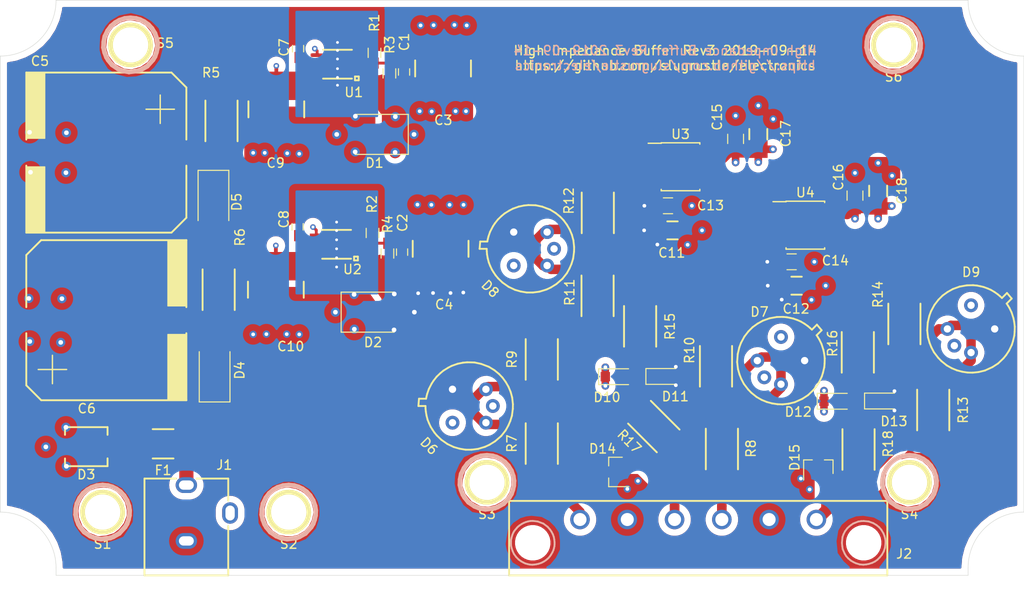
<source format=kicad_pcb>
(kicad_pcb (version 20171130) (host pcbnew "(5.1.2)-1")
  (title_block (title "High Impedance Buffer") (date 2019-09-14) (rev 3) (comment 2 "Rev1: Layout update to float DPAD1 C&S pins. Adjusted S3 & S4 locations.") (comment 3 "Rev2: Extending front edge of board 0.8mm so connecters sit flush with front of enclosure.") (comment 4 "Rev3: Fixing footprint for linear regulator chips. Updating F1 fuse for higher A^2s rating."))
  (layers (0 F.Cu signal) (1 In1.Cu signal) (2 In2.Cu signal) (31 B.Cu signal) (34 B.Paste user) (35 F.Paste user) (36 B.SilkS user) (37 F.SilkS user) (38 B.Mask user) (39 F.Mask user) (44 Edge.Cuts user))
  (net 0 "")
  (net 1 "Net-(C1-Pad2)")
  (net 2 /18V+)
  (net 3 "Net-(C2-Pad2)")
  (net 4 /18V-)
  (net 5 GND)
  (net 6 "Net-(C5-Pad1)")
  (net 7 "Net-(C6-Pad2)")
  (net 8 "Net-(C7-Pad1)")
  (net 9 "Net-(C8-Pad1)")
  (net 10 /PreReg+)
  (net 11 /PreReg-)
  (net 12 "Net-(D3-Pad1)")
  (net 13 "Net-(D10-Pad2)")
  (net 14 "Net-(D12-Pad2)")
  (net 15 /OUT1)
  (net 16 /OUT2)
  (net 17 "Net-(F1-Pad2)")
  (net 18 /IN1)
  (net 19 /IN2)
  (net 20 "Net-(R9-Pad1)")
  (net 21 "Net-(R10-Pad1)")
  (net 22 "Net-(R12-Pad1)")
  (net 23 "Net-(R14-Pad1)")
  (net 24 "Net-(R15-Pad2)")
  (net 25 "Net-(R16-Pad2)")
  (net 26 "Net-(D6-Pad3)")
  (net 27 "Net-(D7-Pad3)")
  (net 28 "Net-(D8-Pad3)")
  (net 29 "Net-(D9-Pad3)")
  (module HighImpedanceBuffer:C_2220 (layer F.Cu) (at 129.6162 70.104 90)
    (fp_text reference C10 (at -6.096 1.6002 180) (layer F.SilkS))
    (fp_text value 10u)
    (pad 2 smd rect (at 2.525 0 90) (size 3.05 6) (layers F.Cu F.Paste F.Mask) (net 11 /PreReg-))
    (pad 1 smd rect (at -2.525 0 90) (size 3.05 6) (layers F.Cu F.Paste F.Mask) (net 5 GND))
  )
  (module HighImpedanceBuffer:MSOP-8-EP (layer F.Cu) (at 136.2392 45.8724 180)
    (fp_text reference U1 (at -1.7526 -3.0226) (layer F.SilkS))
    (fp_text value TPS7A4901DGNR)
    (pad 9 smd rect (at 0 0 180) (size 1.57 1.89) (layers F.Cu F.Paste F.Mask) (net 5 GND))
    (pad 8 smd rect (at 2.1875 -0.975 180) (size 1.375 0.35) (layers F.Cu F.Paste F.Mask) (net 10 /PreReg+))
    (pad 7 smd rect (at 2.1875 -0.325 180) (size 1.375 0.35) (layers F.Cu F.Paste F.Mask))
    (pad 6 smd rect (at 2.1875 0.325 180) (size 1.375 0.35) (layers F.Cu F.Paste F.Mask) (net 8 "Net-(C7-Pad1)"))
    (pad 5 smd rect (at 2.1875 0.975 180) (size 1.375 0.35) (layers F.Cu F.Paste F.Mask) (net 10 /PreReg+))
    (pad 4 smd rect (at -2.1875 0.975 180) (size 1.375 0.35) (layers F.Cu F.Paste F.Mask) (net 5 GND))
    (pad 3 smd rect (at -2.1875 0.325 180) (size 1.375 0.35) (layers F.Cu F.Paste F.Mask))
    (pad 2 smd rect (at -2.1875 -0.325 180) (size 1.375 0.35) (layers F.Cu F.Paste F.Mask) (net 1 "Net-(C1-Pad2)"))
    (pad 1 smd rect (at -2.1875 -0.975 180) (size 1.375 0.35) (layers F.Cu F.Paste F.Mask) (net 2 /18V+))
  )
  (module HighImpedanceBuffer:MSOP-8-EP (layer F.Cu) (at 136.144 65.2272 180)
    (fp_text reference U2 (at -1.7018 -2.6924) (layer F.SilkS))
    (fp_text value TPS7A3001DGNR)
    (pad 9 smd rect (at 0 0 180) (size 1.57 1.89) (layers F.Cu F.Paste F.Mask) (net 5 GND))
    (pad 8 smd rect (at 2.1875 -0.975 180) (size 1.375 0.35) (layers F.Cu F.Paste F.Mask) (net 11 /PreReg-))
    (pad 7 smd rect (at 2.1875 -0.325 180) (size 1.375 0.35) (layers F.Cu F.Paste F.Mask))
    (pad 6 smd rect (at 2.1875 0.325 180) (size 1.375 0.35) (layers F.Cu F.Paste F.Mask) (net 9 "Net-(C8-Pad1)"))
    (pad 5 smd rect (at 2.1875 0.975 180) (size 1.375 0.35) (layers F.Cu F.Paste F.Mask) (net 11 /PreReg-))
    (pad 4 smd rect (at -2.1875 0.975 180) (size 1.375 0.35) (layers F.Cu F.Paste F.Mask) (net 5 GND))
    (pad 3 smd rect (at -2.1875 0.325 180) (size 1.375 0.35) (layers F.Cu F.Paste F.Mask))
    (pad 2 smd rect (at -2.1875 -0.325 180) (size 1.375 0.35) (layers F.Cu F.Paste F.Mask) (net 3 "Net-(C2-Pad2)"))
    (pad 1 smd rect (at -2.1875 -0.975 180) (size 1.375 0.35) (layers F.Cu F.Paste F.Mask) (net 4 /18V-))
  )
  (module HighImpedanceBuffer:D_SMB_Bidir (layer F.Cu) (at 109.2454 86.9696 180)
    (fp_text reference D3 (at 0 -3) (layer F.SilkS))
    (fp_text value SMBJ36CA)
    (pad 2 smd rect (at 2.15 0 180) (size 2.5 2.3) (layers F.Cu F.Paste F.Mask) (net 5 GND))
    (pad 1 smd rect (at -2.15 0 180) (size 2.5 2.3) (layers F.Cu F.Paste F.Mask) (net 12 "Net-(D3-Pad1)"))
  )
  (module HighImpedanceBuffer:Screw_#2 (layer F.Cu) (at 111 94)
    (fp_text reference S1 (at 0 3.429) (layer F.SilkS))
    (fp_text value Screw_#2)
    (pad "" np_thru_hole circle (at 0 0) (size 2.4 2.4) (drill 2.4) (layers *.Cu *.Mask))
  )
  (module HighImpedanceBuffer:Screw_#2 (layer F.Cu) (at 131 94)
    (fp_text reference S2 (at 0 3.429) (layer F.SilkS))
    (fp_text value Screw_#2)
    (pad "" np_thru_hole circle (at 0 0) (size 2.4 2.4) (drill 2.4) (layers *.Cu *.Mask))
  )
  (module HighImpedanceBuffer:Screw_#2 (layer F.Cu) (at 152.3 90.8)
    (fp_text reference S3 (at 0 3.429) (layer F.SilkS))
    (fp_text value Screw_#2)
    (pad "" np_thru_hole circle (at 0 0) (size 2.4 2.4) (drill 2.4) (layers *.Cu *.Mask))
  )
  (module HighImpedanceBuffer:Screw_#2 (layer F.Cu) (at 197.7 90.8)
    (fp_text reference S4 (at 0 3.429) (layer F.SilkS))
    (fp_text value Screw_#2)
    (pad "" np_thru_hole circle (at 0 0) (size 2.4 2.4) (drill 2.4) (layers *.Cu *.Mask))
  )
  (module HighImpedanceBuffer:Screw_#2 (layer F.Cu) (at 114 43.8)
    (fp_text reference S5 (at 3.7036 -0.1882) (layer F.SilkS))
    (fp_text value Screw_#2)
    (pad "" np_thru_hole circle (at 0 0) (size 2.4 2.4) (drill 2.4) (layers *.Cu *.Mask))
  )
  (module HighImpedanceBuffer:Screw_#2 (layer F.Cu) (at 196 43.8)
    (fp_text reference S6 (at 0 3.429) (layer F.SilkS))
    (fp_text value Screw_#2)
    (pad "" np_thru_hole circle (at 0 0) (size 2.4 2.4) (drill 2.4) (layers *.Cu *.Mask))
  )
  (module HighImpedanceBuffer:TO-78-5 (layer F.Cu) (at 150.3934 82.6008 315)
    (fp_text reference D6 (at -0.01 6.1 135) (layer F.SilkS))
    (fp_text value DPAD1)
    (pad 4 thru_hole circle (at 1.796051 -1.796051 315) (size 1.48844 1.48844) (drill 0.7874) (layers *.Cu *.Mask))
    (pad 1 thru_hole circle (at 0 2.54 315) (size 1.48844 1.48844) (drill 0.7874) (layers *.Cu *.Mask) (net 2 /18V+))
    (pad 3 thru_hole circle (at 2.54 0 315) (size 1.48844 1.48844) (drill 0.7874) (layers *.Cu *.Mask) (net 26 "Net-(D6-Pad3)"))
    (pad 5 thru_hole circle (at 0 -2.54 315) (size 1.48844 1.48844) (drill 0.7874) (layers *.Cu *.Mask) (net 26 "Net-(D6-Pad3)"))
    (pad 7 thru_hole circle (at -2.54 0 315) (size 1.48844 1.48844) (drill 0.7874) (layers *.Cu *.Mask) (net 4 /18V-))
  )
  (module HighImpedanceBuffer:TO-78-5 (layer F.Cu) (at 183.896 77.724 180)
    (fp_text reference D7 (at 2.3114 5.2324) (layer F.SilkS))
    (fp_text value DPAD1)
    (pad 4 thru_hole circle (at 1.796051 -1.796051 180) (size 1.48844 1.48844) (drill 0.7874) (layers *.Cu *.Mask))
    (pad 1 thru_hole circle (at 0 2.54 180) (size 1.48844 1.48844) (drill 0.7874) (layers *.Cu *.Mask) (net 2 /18V+))
    (pad 3 thru_hole circle (at 2.54 0 180) (size 1.48844 1.48844) (drill 0.7874) (layers *.Cu *.Mask) (net 27 "Net-(D7-Pad3)"))
    (pad 5 thru_hole circle (at 0 -2.54 180) (size 1.48844 1.48844) (drill 0.7874) (layers *.Cu *.Mask) (net 27 "Net-(D7-Pad3)"))
    (pad 7 thru_hole circle (at -2.54 0 180) (size 1.48844 1.48844) (drill 0.7874) (layers *.Cu *.Mask) (net 4 /18V-))
  )
  (module HighImpedanceBuffer:TO-78-5 (layer F.Cu) (at 156.972 65.7098 315)
    (fp_text reference D8 (at -0.01 6.1 135) (layer F.SilkS))
    (fp_text value DPAD1)
    (pad 4 thru_hole circle (at 1.796051 -1.796051 315) (size 1.48844 1.48844) (drill 0.7874) (layers *.Cu *.Mask))
    (pad 1 thru_hole circle (at 0 2.54 315) (size 1.48844 1.48844) (drill 0.7874) (layers *.Cu *.Mask) (net 2 /18V+))
    (pad 3 thru_hole circle (at 2.54 0 315) (size 1.48844 1.48844) (drill 0.7874) (layers *.Cu *.Mask) (net 28 "Net-(D8-Pad3)"))
    (pad 5 thru_hole circle (at 0 -2.54 315) (size 1.48844 1.48844) (drill 0.7874) (layers *.Cu *.Mask) (net 28 "Net-(D8-Pad3)"))
    (pad 7 thru_hole circle (at -2.54 0 315) (size 1.48844 1.48844) (drill 0.7874) (layers *.Cu *.Mask) (net 4 /18V-))
  )
  (module HighImpedanceBuffer:TO-78-5 (layer F.Cu) (at 204.3176 74.3204 180)
    (fp_text reference D9 (at -0.01 6.1) (layer F.SilkS))
    (fp_text value DPAD1)
    (pad 4 thru_hole circle (at 1.796051 -1.796051 180) (size 1.48844 1.48844) (drill 0.7874) (layers *.Cu *.Mask))
    (pad 1 thru_hole circle (at 0 2.54 180) (size 1.48844 1.48844) (drill 0.7874) (layers *.Cu *.Mask) (net 2 /18V+))
    (pad 3 thru_hole circle (at 2.54 0 180) (size 1.48844 1.48844) (drill 0.7874) (layers *.Cu *.Mask) (net 29 "Net-(D9-Pad3)"))
    (pad 5 thru_hole circle (at 0 -2.54 180) (size 1.48844 1.48844) (drill 0.7874) (layers *.Cu *.Mask) (net 29 "Net-(D9-Pad3)"))
    (pad 7 thru_hole circle (at -2.54 0 180) (size 1.48844 1.48844) (drill 0.7874) (layers *.Cu *.Mask) (net 4 /18V-))
  )
  (module HighImpedanceBuffer:C_0603_HandSoldering (layer F.Cu) (at 143.3924 46.7106 90)
    (fp_text reference C1 (at 3.2258 0.0254 90) (layer F.SilkS))
    (fp_text value 10n_NP0)
    (pad 2 smd rect (at 0.95 0 90) (size 1.2 0.75) (layers F.Cu F.Paste F.Mask) (net 1 "Net-(C1-Pad2)"))
    (pad 1 smd rect (at -0.95 0 90) (size 1.2 0.75) (layers F.Cu F.Paste F.Mask) (net 2 /18V+))
  )
  (module HighImpedanceBuffer:C_0603_HandSoldering (layer F.Cu) (at 143.1798 66.0654 90)
    (fp_text reference C2 (at 3.1496 0.0508 90) (layer F.SilkS))
    (fp_text value 10n_NP0)
    (pad 2 smd rect (at 0.95 0 90) (size 1.2 0.75) (layers F.Cu F.Paste F.Mask) (net 3 "Net-(C2-Pad2)"))
    (pad 1 smd rect (at -0.95 0 90) (size 1.2 0.75) (layers F.Cu F.Paste F.Mask) (net 4 /18V-))
  )
  (module HighImpedanceBuffer:C_2220 (layer F.Cu) (at 147.5834 46.3296 270)
    (fp_text reference C3 (at 5.5626 -0.0254 180) (layer F.SilkS))
    (fp_text value 10u)
    (pad 2 smd rect (at 2.525 0 270) (size 3.05 6) (layers F.Cu F.Paste F.Mask) (net 2 /18V+))
    (pad 1 smd rect (at -2.525 0 270) (size 3.05 6) (layers F.Cu F.Paste F.Mask) (net 5 GND))
  )
  (module HighImpedanceBuffer:C_2220 (layer F.Cu) (at 147.32 65.7098 270)
    (fp_text reference C4 (at 5.9944 -0.381 180) (layer F.SilkS))
    (fp_text value 10u)
    (pad 1 smd rect (at -2.525 0 270) (size 3.05 6) (layers F.Cu F.Paste F.Mask) (net 5 GND))
    (pad 2 smd rect (at 2.525 0 270) (size 3.05 6) (layers F.Cu F.Paste F.Mask) (net 4 /18V-))
  )
  (module HighImpedanceBuffer:TG_J16 (layer F.Cu) (at 111.4 55.372)
    (fp_text reference C5 (at -7.133 -9.8298 180) (layer F.SilkS))
    (fp_text value 470u)
    (fp_text user + (at 5.7912 -4.9784) (layer F.SilkS) (effects (font (size 4 4))))
    (pad 2 smd rect (at -6.25 0) (size 6.5 2.5) (layers F.Cu F.Paste F.Mask) (net 5 GND))
    (pad 1 smd rect (at 6.25 0) (size 6.5 2.5) (layers F.Cu F.Paste F.Mask) (net 6 "Net-(C5-Pad1)"))
  )
  (module HighImpedanceBuffer:TG_J16 (layer F.Cu) (at 111.4 73.3806 180)
    (fp_text reference C6 (at 2.1038 -9.4996 180) (layer F.SilkS))
    (fp_text value 470u)
    (fp_text user + (at 5.7912 -4.9784) (layer F.SilkS) (effects (font (size 4 4))))
    (pad 1 smd rect (at 6.25 0 180) (size 6.5 2.5) (layers F.Cu F.Paste F.Mask) (net 5 GND))
    (pad 2 smd rect (at -6.25 0 180) (size 6.5 2.5) (layers F.Cu F.Paste F.Mask) (net 7 "Net-(C6-Pad2)"))
  )
  (module HighImpedanceBuffer:C_0603_HandSoldering (layer F.Cu) (at 132 44.2 90)
    (fp_text reference C7 (at 0.127 -1.4986 90) (layer F.SilkS))
    (fp_text value 10n_NP0)
    (pad 1 smd rect (at -0.95 0 90) (size 1.2 0.75) (layers F.Cu F.Paste F.Mask) (net 8 "Net-(C7-Pad1)"))
    (pad 2 smd rect (at 0.95 0 90) (size 1.2 0.75) (layers F.Cu F.Paste F.Mask) (net 5 GND))
  )
  (module HighImpedanceBuffer:C_0603_HandSoldering (layer F.Cu) (at 131.953 63.3476 90)
    (fp_text reference C8 (at 0.8128 -1.4732 90) (layer F.SilkS))
    (fp_text value 10n_NP0)
    (pad 1 smd rect (at -0.95 0 90) (size 1.2 0.75) (layers F.Cu F.Paste F.Mask) (net 9 "Net-(C8-Pad1)"))
    (pad 2 smd rect (at 0.95 0 90) (size 1.2 0.75) (layers F.Cu F.Paste F.Mask) (net 5 GND))
  )
  (module HighImpedanceBuffer:C_2220 (layer F.Cu) (at 129.667 50.7238 270)
    (fp_text reference C9 (at 5.7658 0.0762 180) (layer F.SilkS))
    (fp_text value 10u)
    (pad 1 smd rect (at -2.525 0 270) (size 3.05 6) (layers F.Cu F.Paste F.Mask) (net 10 /PreReg+))
    (pad 2 smd rect (at 2.525 0 270) (size 3.05 6) (layers F.Cu F.Paste F.Mask) (net 5 GND))
  )
  (module HighImpedanceBuffer:C_1206 (layer F.Cu) (at 172.2374 63.7286)
    (fp_text reference C11 (at -0.0762 2.413) (layer F.SilkS))
    (fp_text value 1u)
    (pad 1 smd rect (at -1.625 0) (size 1.85 2) (layers F.Cu F.Paste F.Mask) (net 4 /18V-))
    (pad 2 smd rect (at 1.625 0) (size 1.85 2) (layers F.Cu F.Paste F.Mask) (net 5 GND))
  )
  (module HighImpedanceBuffer:C_1206 (layer F.Cu) (at 185.5724 69.6722)
    (fp_text reference C12 (at -0.0508 2.4892) (layer F.SilkS))
    (fp_text value 1u)
    (pad 2 smd rect (at 1.625 0) (size 1.85 2) (layers F.Cu F.Paste F.Mask) (net 5 GND))
    (pad 1 smd rect (at -1.625 0) (size 1.85 2) (layers F.Cu F.Paste F.Mask) (net 4 /18V-))
  )
  (module HighImpedanceBuffer:C_0805_HandSoldering (layer F.Cu) (at 171.7548 61.087)
    (fp_text reference C13 (at 4.572 -0.0254) (layer F.SilkS))
    (fp_text value 100n)
    (pad 2 smd rect (at 1.25 0) (size 1.5 1.25) (layers F.Cu F.Paste F.Mask) (net 5 GND))
    (pad 1 smd rect (at -1.25 0) (size 1.5 1.25) (layers F.Cu F.Paste F.Mask) (net 4 /18V-))
  )
  (module HighImpedanceBuffer:C_0805_HandSoldering (layer F.Cu) (at 185.039 67.1068)
    (fp_text reference C14 (at 4.699 -0.127) (layer F.SilkS))
    (fp_text value 100n)
    (pad 1 smd rect (at -1.25 0) (size 1.5 1.25) (layers F.Cu F.Paste F.Mask) (net 4 /18V-))
    (pad 2 smd rect (at 1.25 0) (size 1.5 1.25) (layers F.Cu F.Paste F.Mask) (net 5 GND))
  )
  (module HighImpedanceBuffer:C_0805_HandSoldering (layer F.Cu) (at 179.0192 53.8988 270)
    (fp_text reference C15 (at -2.3368 1.9812 90) (layer F.SilkS))
    (fp_text value 100n)
    (pad 1 smd rect (at -1.25 0 270) (size 1.5 1.25) (layers F.Cu F.Paste F.Mask) (net 5 GND))
    (pad 2 smd rect (at 1.25 0 270) (size 1.5 1.25) (layers F.Cu F.Paste F.Mask) (net 2 /18V+))
  )
  (module HighImpedanceBuffer:C_0805_HandSoldering (layer F.Cu) (at 191.8462 59.9948 270)
    (fp_text reference C16 (at -1.9812 1.778 90) (layer F.SilkS))
    (fp_text value 100n)
    (pad 2 smd rect (at 1.25 0 270) (size 1.5 1.25) (layers F.Cu F.Paste F.Mask) (net 2 /18V+))
    (pad 1 smd rect (at -1.25 0 270) (size 1.5 1.25) (layers F.Cu F.Paste F.Mask) (net 5 GND))
  )
  (module HighImpedanceBuffer:C_1206 (layer F.Cu) (at 181.4576 53.3908 270)
    (fp_text reference C17 (at -0.0508 -2.9464 90) (layer F.SilkS))
    (fp_text value 1u)
    (pad 2 smd rect (at 1.625 0 270) (size 1.85 2) (layers F.Cu F.Paste F.Mask) (net 2 /18V+))
    (pad 1 smd rect (at -1.625 0 270) (size 1.85 2) (layers F.Cu F.Paste F.Mask) (net 5 GND))
  )
  (module HighImpedanceBuffer:C_1206 (layer F.Cu) (at 194.3354 59.4868 270)
    (fp_text reference C18 (at 0 -2.54 90) (layer F.SilkS))
    (fp_text value 1u)
    (pad 1 smd rect (at -1.625 0 270) (size 1.85 2) (layers F.Cu F.Paste F.Mask) (net 5 GND))
    (pad 2 smd rect (at 1.625 0 270) (size 1.85 2) (layers F.Cu F.Paste F.Mask) (net 2 /18V+))
  )
  (module HighImpedanceBuffer:D_SMB (layer F.Cu) (at 140.2968 53.4162 180)
    (fp_text reference D1 (at 0.0762 -3.0734) (layer F.SilkS))
    (fp_text value SMBJ18A)
    (pad 1 smd rect (at -2.15 0 180) (size 2.5 2.3) (layers F.Cu F.Paste F.Mask) (net 2 /18V+))
    (pad 2 smd rect (at 2.15 0 180) (size 2.5 2.3) (layers F.Cu F.Paste F.Mask) (net 5 GND))
  )
  (module HighImpedanceBuffer:D_SMB (layer F.Cu) (at 140.1826 72.517)
    (fp_text reference D2 (at -0.127 3.2512) (layer F.SilkS))
    (fp_text value SMBJ18A)
    (pad 2 smd rect (at 2.15 0) (size 2.5 2.3) (layers F.Cu F.Paste F.Mask) (net 4 /18V-))
    (pad 1 smd rect (at -2.15 0) (size 2.5 2.3) (layers F.Cu F.Paste F.Mask) (net 5 GND))
  )
  (module HighImpedanceBuffer:D_SMA (layer F.Cu) (at 123.0376 78.7654 90)
    (fp_text reference D4 (at 0 2.6924 90) (layer F.SilkS))
    (fp_text value NRVTSA4100E)
    (pad 2 smd rect (at 2 0 90) (size 2.5 1.8) (layers F.Cu F.Paste F.Mask) (net 7 "Net-(C6-Pad2)"))
    (pad 1 smd rect (at -2 0 90) (size 2.5 1.8) (layers F.Cu F.Paste F.Mask) (net 12 "Net-(D3-Pad1)"))
  )
  (module HighImpedanceBuffer:D_SMA (layer F.Cu) (at 122.9106 60.6806 270)
    (fp_text reference D5 (at 0 -2.5 90) (layer F.SilkS))
    (fp_text value NRVTSA4100E)
    (pad 1 smd rect (at -2 0 270) (size 2.5 1.8) (layers F.Cu F.Paste F.Mask) (net 6 "Net-(C5-Pad1)"))
    (pad 2 smd rect (at 2 0 270) (size 2.5 1.8) (layers F.Cu F.Paste F.Mask) (net 12 "Net-(D3-Pad1)"))
  )
  (module HighImpedanceBuffer:D_SOD-323_HandSoldering (layer F.Cu) (at 166.2684 79.4512)
    (fp_text reference D10 (at -1.0668 2.2098) (layer F.SilkS))
    (fp_text value CMDD6001)
    (pad 2 smd rect (at 1.25 0) (size 1 1) (layers F.Cu F.Paste F.Mask) (net 13 "Net-(D10-Pad2)"))
    (pad 1 smd rect (at -1.25 0) (size 1 1) (layers F.Cu F.Paste F.Mask) (net 2 /18V+))
  )
  (module HighImpedanceBuffer:D_SOD-323_HandSoldering (layer F.Cu) (at 171.3484 79.4258)
    (fp_text reference D11 (at 1.1938 2.159) (layer F.SilkS))
    (fp_text value CMDD6001)
    (pad 1 smd rect (at -1.25 0) (size 1 1) (layers F.Cu F.Paste F.Mask) (net 13 "Net-(D10-Pad2)"))
    (pad 2 smd rect (at 1.25 0) (size 1 1) (layers F.Cu F.Paste F.Mask) (net 4 /18V-))
  )
  (module HighImpedanceBuffer:D_SOD-323_HandSoldering (layer F.Cu) (at 189.7634 82.0928)
    (fp_text reference D12 (at -4.0132 1.143) (layer F.SilkS))
    (fp_text value CMDD6001)
    (pad 2 smd rect (at 1.25 0) (size 1 1) (layers F.Cu F.Paste F.Mask) (net 14 "Net-(D12-Pad2)"))
    (pad 1 smd rect (at -1.25 0) (size 1 1) (layers F.Cu F.Paste F.Mask) (net 2 /18V+))
  )
  (module HighImpedanceBuffer:D_SOD-323_HandSoldering (layer F.Cu) (at 194.8434 82.0674)
    (fp_text reference D13 (at 1.1938 2.1844) (layer F.SilkS))
    (fp_text value CMDD6001)
    (pad 1 smd rect (at -1.25 0) (size 1 1) (layers F.Cu F.Paste F.Mask) (net 14 "Net-(D12-Pad2)"))
    (pad 2 smd rect (at 1.25 0) (size 1 1) (layers F.Cu F.Paste F.Mask) (net 4 /18V-))
  )
  (module HighImpedanceBuffer:SOT-23 (layer F.Cu) (at 166.1414 89.6874 180)
    (fp_text reference D14 (at 1.4224 2.4892) (layer F.SilkS))
    (fp_text value MMBZ27VAL)
    (pad 3 smd rect (at 1.25 0 180) (size 1.3 0.8) (layers F.Cu F.Paste F.Mask))
    (pad 2 smd rect (at -1.25 0.95 180) (size 1.3 0.8) (layers F.Cu F.Paste F.Mask) (net 15 /OUT1))
    (pad 1 smd rect (at -1.25 -0.95 180) (size 1.3 0.8) (layers F.Cu F.Paste F.Mask) (net 5 GND))
  )
  (module HighImpedanceBuffer:SOT-23 (layer F.Cu) (at 187.9092 89.154 90)
    (fp_text reference D15 (at 1.016 -2.54 90) (layer F.SilkS))
    (fp_text value MMBZ27VAL)
    (pad 1 smd rect (at -1.25 -0.95 90) (size 1.3 0.8) (layers F.Cu F.Paste F.Mask) (net 5 GND))
    (pad 2 smd rect (at -1.25 0.95 90) (size 1.3 0.8) (layers F.Cu F.Paste F.Mask) (net 16 /OUT2))
    (pad 3 smd rect (at 1.25 0 90) (size 1.3 0.8) (layers F.Cu F.Paste F.Mask))
  )
  (module HighImpedanceBuffer:PJ-102AH (layer F.Cu) (at 120 91.1 180)
    (fp_text reference J1 (at -4.079 2.162) (layer F.SilkS))
    (fp_text value PJ-102AH)
    (pad 1 thru_hole oval (at 0 0 180) (size 2.3 1.7) (drill oval 1.6 1) (layers *.Cu *.Mask) (net 17 "Net-(F1-Pad2)"))
    (pad 2 thru_hole oval (at 0 -6 180) (size 2.3 1.7) (drill oval 1.6 1) (layers *.Cu *.Mask) (net 5 GND))
    (pad 3 thru_hole oval (at -4.7 -3 270) (size 2.3 1.7) (drill oval 1.6 1) (layers *.Cu *.Mask))
  )
  (module HighImpedanceBuffer:1776540 (layer F.Cu) (at 175 92.8)
    (fp_text reference J2 (at 22.1294 5.6884) (layer F.SilkS))
    (fp_text value 1776540)
    (pad 1 thru_hole circle (at -12.7 2) (size 2.1 2.1) (drill 1.4) (layers *.Cu *.Mask) (net 18 /IN1))
    (pad 2 thru_hole circle (at -7.62 2) (size 2.1 2.1) (drill 1.4) (layers *.Cu *.Mask) (net 5 GND))
    (pad 3 thru_hole circle (at -2.54 2) (size 2.1 2.1) (drill 1.4) (layers *.Cu *.Mask) (net 15 /OUT1))
    (pad 4 thru_hole circle (at 2.54 2) (size 2.1 2.1) (drill 1.4) (layers *.Cu *.Mask) (net 19 /IN2))
    (pad 5 thru_hole circle (at 7.62 2) (size 2.1 2.1) (drill 1.4) (layers *.Cu *.Mask) (net 5 GND))
    (pad 6 thru_hole circle (at 12.7 2) (size 2.1 2.1) (drill 1.4) (layers *.Cu *.Mask) (net 16 /OUT2))
    (pad "" np_thru_hole circle (at -17.78 4.5) (size 2.4 2.4) (drill 2.4) (layers *.Cu *.Mask))
    (pad "" np_thru_hole circle (at 17.78 4.5) (size 2.4 2.4) (drill 2.4) (layers *.Cu *.Mask))
  )
  (module HighImpedanceBuffer:R_0603_HandSoldering (layer F.Cu) (at 140.2174 44.6532 90)
    (fp_text reference R1 (at 3.2258 0 90) (layer F.SilkS))
    (fp_text value 6.2k)
    (pad 1 smd rect (at -1.1 0 90) (size 1.2 0.9) (layers F.Cu F.Paste F.Mask) (net 1 "Net-(C1-Pad2)"))
    (pad 2 smd rect (at 1.1 0 90) (size 1.2 0.9) (layers F.Cu F.Paste F.Mask) (net 5 GND))
  )
  (module HighImpedanceBuffer:R_0603_HandSoldering (layer F.Cu) (at 140.0048 64.008 90)
    (fp_text reference R2 (at 3.0988 -0.0508 90) (layer F.SilkS))
    (fp_text value 6.2k)
    (pad 2 smd rect (at 1.1 0 90) (size 1.2 0.9) (layers F.Cu F.Paste F.Mask) (net 5 GND))
    (pad 1 smd rect (at -1.1 0 90) (size 1.2 0.9) (layers F.Cu F.Paste F.Mask) (net 3 "Net-(C2-Pad2)"))
  )
  (module HighImpedanceBuffer:R_0603_HandSoldering (layer F.Cu) (at 141.8176 46.863 90)
    (fp_text reference R3 (at 3.0734 0.0254 90) (layer F.SilkS))
    (fp_text value 88.7k)
    (pad 1 smd rect (at -1.1 0 90) (size 1.2 0.9) (layers F.Cu F.Paste F.Mask) (net 2 /18V+))
    (pad 2 smd rect (at 1.1 0 90) (size 1.2 0.9) (layers F.Cu F.Paste F.Mask) (net 1 "Net-(C1-Pad2)"))
  )
  (module HighImpedanceBuffer:R_0603_HandSoldering (layer F.Cu) (at 141.605 66.2178 90)
    (fp_text reference R4 (at 3.1496 0.0254 90) (layer F.SilkS))
    (fp_text value 88.7k)
    (pad 2 smd rect (at 1.1 0 90) (size 1.2 0.9) (layers F.Cu F.Paste F.Mask) (net 3 "Net-(C2-Pad2)"))
    (pad 1 smd rect (at -1.1 0 90) (size 1.2 0.9) (layers F.Cu F.Paste F.Mask) (net 4 /18V-))
  )
  (module HighImpedanceBuffer:R_2512 (layer F.Cu) (at 123.7742 51.9684 270)
    (fp_text reference R5 (at -5.1816 1.1176 180) (layer F.SilkS))
    (fp_text value 2.2)
    (pad 1 smd rect (at -3.1125 0 270) (size 1.575 3.5) (layers F.Cu F.Paste F.Mask) (net 10 /PreReg+))
    (pad 2 smd rect (at 3.1125 0 270) (size 1.575 3.5) (layers F.Cu F.Paste F.Mask) (net 6 "Net-(C5-Pad1)"))
  )
  (module HighImpedanceBuffer:R_2512 (layer F.Cu) (at 123.4694 70.104 270)
    (fp_text reference R6 (at -5.6388 -2.286 90) (layer F.SilkS))
    (fp_text value 2.2)
    (pad 2 smd rect (at 3.1125 0 270) (size 1.575 3.5) (layers F.Cu F.Paste F.Mask) (net 7 "Net-(C6-Pad2)"))
    (pad 1 smd rect (at -3.1125 0 270) (size 1.575 3.5) (layers F.Cu F.Paste F.Mask) (net 11 /PreReg-))
  )
  (module HighImpedanceBuffer:R_2512 (layer F.Cu) (at 158.1912 86.6394 270)
    (fp_text reference R7 (at -0.01 3.21 90) (layer F.SilkS))
    (fp_text value 10k)
    (pad 2 smd rect (at 3.1125 0 270) (size 1.575 3.5) (layers F.Cu F.Paste F.Mask) (net 18 /IN1))
    (pad 1 smd rect (at -3.1125 0 270) (size 1.575 3.5) (layers F.Cu F.Paste F.Mask) (net 26 "Net-(D6-Pad3)"))
  )
  (module HighImpedanceBuffer:R_2512 (layer F.Cu) (at 177.546 87.2236 270)
    (fp_text reference R8 (at -0.0508 -3.1242 90) (layer F.SilkS))
    (fp_text value 10k)
    (pad 2 smd rect (at 3.1125 0 270) (size 1.575 3.5) (layers F.Cu F.Paste F.Mask) (net 19 /IN2))
    (pad 1 smd rect (at -3.1125 0 270) (size 1.575 3.5) (layers F.Cu F.Paste F.Mask) (net 27 "Net-(D7-Pad3)"))
  )
  (module HighImpedanceBuffer:R_2512 (layer F.Cu) (at 158.1912 77.597 270)
    (fp_text reference R9 (at -0.01 3.21 90) (layer F.SilkS))
    (fp_text value 1k)
    (pad 1 smd rect (at -3.1125 0 270) (size 1.575 3.5) (layers F.Cu F.Paste F.Mask) (net 20 "Net-(R9-Pad1)"))
    (pad 2 smd rect (at 3.1125 0 270) (size 1.575 3.5) (layers F.Cu F.Paste F.Mask) (net 26 "Net-(D6-Pad3)"))
  )
  (module HighImpedanceBuffer:R_2512 (layer F.Cu) (at 176.911 78.3336 270)
    (fp_text reference R10 (at -1.7272 2.8448 90) (layer F.SilkS))
    (fp_text value 1k)
    (pad 1 smd rect (at -3.1125 0 270) (size 1.575 3.5) (layers F.Cu F.Paste F.Mask) (net 21 "Net-(R10-Pad1)"))
    (pad 2 smd rect (at 3.1125 0 270) (size 1.575 3.5) (layers F.Cu F.Paste F.Mask) (net 27 "Net-(D7-Pad3)"))
  )
  (module HighImpedanceBuffer:R_2512 (layer F.Cu) (at 164.1856 70.7644 90)
    (fp_text reference R11 (at 0.381 -2.9972 90) (layer F.SilkS))
    (fp_text value 10k)
    (pad 2 smd rect (at 3.1125 0 90) (size 1.575 3.5) (layers F.Cu F.Paste F.Mask) (net 28 "Net-(D8-Pad3)"))
    (pad 1 smd rect (at -3.1125 0 90) (size 1.575 3.5) (layers F.Cu F.Paste F.Mask) (net 15 /OUT1))
  )
  (module HighImpedanceBuffer:R_2512 (layer F.Cu) (at 164.211 61.849 270)
    (fp_text reference R12 (at -1.2954 3.0988 90) (layer F.SilkS))
    (fp_text value 1k)
    (pad 1 smd rect (at -3.1125 0 270) (size 1.575 3.5) (layers F.Cu F.Paste F.Mask) (net 22 "Net-(R12-Pad1)"))
    (pad 2 smd rect (at 3.1125 0 270) (size 1.575 3.5) (layers F.Cu F.Paste F.Mask) (net 28 "Net-(D8-Pad3)"))
  )
  (module HighImpedanceBuffer:R_2512 (layer F.Cu) (at 200.2536 83.0326 90)
    (fp_text reference R13 (at -0.01 3.21 90) (layer F.SilkS))
    (fp_text value 10k)
    (pad 2 smd rect (at 3.1125 0 90) (size 1.575 3.5) (layers F.Cu F.Paste F.Mask) (net 29 "Net-(D9-Pad3)"))
    (pad 1 smd rect (at -3.1125 0 90) (size 1.575 3.5) (layers F.Cu F.Paste F.Mask) (net 16 /OUT2))
  )
  (module HighImpedanceBuffer:R_2512 (layer F.Cu) (at 197.1548 73.787 270)
    (fp_text reference R14 (at -3.175 2.8448 90) (layer F.SilkS))
    (fp_text value 1k)
    (pad 1 smd rect (at -3.1125 0 270) (size 1.575 3.5) (layers F.Cu F.Paste F.Mask) (net 23 "Net-(R14-Pad1)"))
    (pad 2 smd rect (at 3.1125 0 270) (size 1.575 3.5) (layers F.Cu F.Paste F.Mask) (net 29 "Net-(D9-Pad3)"))
  )
  (module HighImpedanceBuffer:R_2512 (layer F.Cu) (at 168.7576 74.041 90)
    (fp_text reference R15 (at -0.01 3.21 90) (layer F.SilkS))
    (fp_text value 20)
    (pad 1 smd rect (at -3.1125 0 90) (size 1.575 3.5) (layers F.Cu F.Paste F.Mask) (net 13 "Net-(D10-Pad2)"))
    (pad 2 smd rect (at 3.1125 0 90) (size 1.575 3.5) (layers F.Cu F.Paste F.Mask) (net 24 "Net-(R15-Pad2)"))
  )
  (module HighImpedanceBuffer:R_2512 (layer F.Cu) (at 192.151 76.835 90)
    (fp_text reference R16 (at 0.9652 -2.7178 90) (layer F.SilkS))
    (fp_text value 20)
    (pad 1 smd rect (at -3.1125 0 90) (size 1.575 3.5) (layers F.Cu F.Paste F.Mask) (net 14 "Net-(D12-Pad2)"))
    (pad 2 smd rect (at 3.1125 0 90) (size 1.575 3.5) (layers F.Cu F.Paste F.Mask) (net 25 "Net-(R16-Pad2)"))
  )
  (module HighImpedanceBuffer:R_2512 (layer F.Cu) (at 170.2308 84.8106 135)
    (fp_text reference R17 (at 0.7366 -2.9972 135) (layer F.SilkS))
    (fp_text value 100)
    (pad 2 smd rect (at 3.1125 0 135) (size 1.575 3.5) (layers F.Cu F.Paste F.Mask) (net 13 "Net-(D10-Pad2)"))
    (pad 1 smd rect (at -3.1125 0 135) (size 1.575 3.5) (layers F.Cu F.Paste F.Mask) (net 15 /OUT1))
  )
  (module HighImpedanceBuffer:R_2512 (layer F.Cu) (at 192.2272 87.2744 90)
    (fp_text reference R18 (at 0.6096 3.175 90) (layer F.SilkS))
    (fp_text value 100)
    (pad 2 smd rect (at 3.1125 0 90) (size 1.575 3.5) (layers F.Cu F.Paste F.Mask) (net 14 "Net-(D12-Pad2)"))
    (pad 1 smd rect (at -3.1125 0 90) (size 1.575 3.5) (layers F.Cu F.Paste F.Mask) (net 16 /OUT2))
  )
  (module HighImpedanceBuffer:SOIC-8_3.9x4.9mm_Pitch1.27mm (layer F.Cu) (at 173.101 56.896)
    (fp_text reference U3 (at 0 -3.5) (layer F.SilkS))
    (fp_text value OPA192IDR)
    (pad 1 smd rect (at -2.7 -1.905) (size 1.55 0.6) (layers F.Cu F.Paste F.Mask))
    (pad 2 smd rect (at -2.7 -0.635) (size 1.55 0.6) (layers F.Cu F.Paste F.Mask) (net 22 "Net-(R12-Pad1)"))
    (pad 3 smd rect (at -2.7 0.635) (size 1.55 0.6) (layers F.Cu F.Paste F.Mask) (net 20 "Net-(R9-Pad1)"))
    (pad 4 smd rect (at -2.7 1.905) (size 1.55 0.6) (layers F.Cu F.Paste F.Mask) (net 4 /18V-))
    (pad 5 smd rect (at 2.7 1.905) (size 1.55 0.6) (layers F.Cu F.Paste F.Mask))
    (pad 6 smd rect (at 2.7 0.635) (size 1.55 0.6) (layers F.Cu F.Paste F.Mask) (net 24 "Net-(R15-Pad2)"))
    (pad 7 smd rect (at 2.7 -0.635) (size 1.55 0.6) (layers F.Cu F.Paste F.Mask) (net 2 /18V+))
    (pad 8 smd rect (at 2.7 -1.905) (size 1.55 0.6) (layers F.Cu F.Paste F.Mask))
  )
  (module HighImpedanceBuffer:SOIC-8_3.9x4.9mm_Pitch1.27mm (layer F.Cu) (at 186.5122 63.1698)
    (fp_text reference U4 (at 0 -3.5) (layer F.SilkS))
    (fp_text value OPA192IDR)
    (pad 8 smd rect (at 2.7 -1.905) (size 1.55 0.6) (layers F.Cu F.Paste F.Mask))
    (pad 7 smd rect (at 2.7 -0.635) (size 1.55 0.6) (layers F.Cu F.Paste F.Mask) (net 2 /18V+))
    (pad 6 smd rect (at 2.7 0.635) (size 1.55 0.6) (layers F.Cu F.Paste F.Mask) (net 25 "Net-(R16-Pad2)"))
    (pad 5 smd rect (at 2.7 1.905) (size 1.55 0.6) (layers F.Cu F.Paste F.Mask))
    (pad 4 smd rect (at -2.7 1.905) (size 1.55 0.6) (layers F.Cu F.Paste F.Mask) (net 4 /18V-))
    (pad 3 smd rect (at -2.7 0.635) (size 1.55 0.6) (layers F.Cu F.Paste F.Mask) (net 21 "Net-(R10-Pad1)"))
    (pad 2 smd rect (at -2.7 -0.635) (size 1.55 0.6) (layers F.Cu F.Paste F.Mask) (net 23 "Net-(R14-Pad1)"))
    (pad 1 smd rect (at -2.7 -1.905) (size 1.55 0.6) (layers F.Cu F.Paste F.Mask))
  )
  (module HighImpedanceBuffer:Fuse_2410 (layer F.Cu) (at 117.5004 86.6648)
    (fp_text reference F1 (at 0 2.8448) (layer F.SilkS))
    (fp_text value SF-2410FP0375T-2)
    (pad 1 smd rect (at -2.5 0) (size 2.45 3.15) (layers F.Cu F.Paste F.Mask) (net 12 "Net-(D3-Pad1)"))
    (pad 2 smd rect (at 2.5 0) (size 2.45 3.15) (layers F.Cu F.Paste F.Mask) (net 17 "Net-(F1-Pad2)"))
  )
  (gr_line (start 204 100) (end 204 100.8) (layer Edge.Cuts) (width 0.05))
  (gr_line (start 106 100) (end 106 100.8) (layer Edge.Cuts) (width 0.05))
  (gr_text "High Impedance Buffer Rev3 2019-09-14\nhttps://github.com/slugrustle/electronics" (at 171.45 45.212) (layer B.SilkS) (effects (font (size 1 1)) (justify mirror)))
  (gr_text "High Impedance Buffer Rev3 2019-09-14\nhttps://github.com/slugrustle/electronics" (at 171.45 45.212) (layer F.SilkS) (effects (font (size 1 1))))
  (gr_line (start 100 45) (end 100 94) (layer Edge.Cuts) (width 0.05))
  (gr_line (start 106 39) (end 204 39) (layer Edge.Cuts) (width 0.05))
  (gr_arc (start 100 39) (end 100 45) (angle -90) (layer Edge.Cuts) (width 0.05))
  (gr_line (start 210 45) (end 210 94) (layer Edge.Cuts) (width 0.05))
  (gr_arc (start 210 39) (end 204 39) (angle -90) (layer Edge.Cuts) (width 0.05))
  (gr_line (start 204 100.8) (end 106 100.8) (layer Edge.Cuts) (width 0.05))
  (gr_arc (start 210 100) (end 210 94) (angle -90) (layer Edge.Cuts) (width 0.05))
  (gr_arc (start 100 100) (end 106 100) (angle -90) (layer Edge.Cuts) (width 0.05))
  (segment (start 138.4267 46.1974) (end 139.8322 46.1974) (width 0.3048) (layer F.Cu) (net 1))
  (segment (start 139.8322 46.1974) (end 140.208 45.8216) (width 0.3048) (layer F.Cu) (net 1))
  (segment (start 140.2174 45.7532) (end 141.7496 45.7532) (width 0.3048) (layer F.Cu) (net 1))
  (segment (start 141.7496 45.7532) (end 141.7828 45.72) (width 0.3048) (layer F.Cu) (net 1))
  (segment (start 141.8176 45.763) (end 143.4006 45.763) (width 0.3048) (layer F.Cu) (net 1))
  (segment (start 143.4006 45.763) (end 143.4084 45.7708) (width 0.3048) (layer F.Cu) (net 1))
  (segment (start 188.5134 82.0928) (end 188.5134 80.9552) (width 0.8128) (layer F.Cu) (net 2))
  (via (at 188.5188 80.9498) (size 0.8) (drill 0.4) (layers F.Cu B.Cu) (net 2))
  (segment (start 188.5134 80.9552) (end 188.5188 80.9498) (width 0.8128) (layer F.Cu) (net 2))
  (via (at 188.5188 83.2104) (size 0.8) (drill 0.4) (layers F.Cu B.Cu) (net 2))
  (segment (start 188.5134 82.0928) (end 188.5134 83.205) (width 0.8128) (layer F.Cu) (net 2))
  (segment (start 188.5134 83.205) (end 188.5188 83.2104) (width 0.8128) (layer F.Cu) (net 2))
  (segment (start 145.7198 47.9806) (end 146.5834 48.8442) (width 0.6096) (layer F.Cu) (net 2))
  (segment (start 146.5834 48.8546) (end 145.1252 48.8546) (width 0.8128) (layer F.Cu) (net 2))
  (via (at 145.0688 50.927) (size 0.8) (drill 0.4) (layers F.Cu B.Cu) (net 2))
  (segment (start 146.5834 48.8546) (end 148.067 48.8546) (width 0.8128) (layer F.Cu) (net 2))
  (via (at 150.0472 50.927) (size 0.8) (drill 0.4) (layers F.Cu B.Cu) (net 2))
  (segment (start 148.067 48.8546) (end 149.0472 49.8348) (width 0.8128) (layer F.Cu) (net 2))
  (segment (start 146.5834 48.8546) (end 146.7462 48.8546) (width 0.8128) (layer F.Cu) (net 2))
  (via (at 148.9296 50.927) (size 0.8) (drill 0.4) (layers F.Cu B.Cu) (net 2))
  (via (at 146.3642 50.9524) (size 0.8) (drill 0.4) (layers F.Cu B.Cu) (net 2))
  (segment (start 146.0904 48.8546) (end 146.5834 48.8546) (width 0.8128) (layer F.Cu) (net 2))
  (via (at 165.0238 78.4352) (size 0.8) (drill 0.4) (layers F.Cu B.Cu) (net 2))
  (segment (start 165.0184 79.4512) (end 165.0184 78.4406) (width 0.8128) (layer F.Cu) (net 2))
  (segment (start 165.0184 78.4406) (end 165.0238 78.4352) (width 0.8128) (layer F.Cu) (net 2))
  (via (at 165.0238 80.4418) (size 0.8) (drill 0.4) (layers F.Cu B.Cu) (net 2))
  (segment (start 165.0184 79.4512) (end 165.0184 80.4364) (width 0.8128) (layer F.Cu) (net 2))
  (segment (start 165.0184 80.4364) (end 165.0238 80.4418) (width 0.8128) (layer F.Cu) (net 2))
  (via (at 179.0192 56.4388) (size 0.8) (drill 0.4) (layers F.Cu B.Cu) (net 2))
  (segment (start 179.0192 55.1488) (end 179.0192 56.4388) (width 0.8128) (layer F.Cu) (net 2))
  (via (at 181.4576 56.4134) (size 0.8) (drill 0.4) (layers F.Cu B.Cu) (net 2))
  (segment (start 181.4576 55.0158) (end 181.4576 56.4134) (width 0.8128) (layer F.Cu) (net 2))
  (via (at 183.0324 55.0164) (size 0.8) (drill 0.4) (layers F.Cu B.Cu) (net 2))
  (segment (start 181.4576 55.0158) (end 183.0318 55.0158) (width 0.8128) (layer F.Cu) (net 2))
  (segment (start 183.0318 55.0158) (end 183.0324 55.0164) (width 0.8128) (layer F.Cu) (net 2))
  (segment (start 175.801 56.261) (end 177.038 56.261) (width 0.7112) (layer F.Cu) (net 2))
  (segment (start 177.038 56.261) (end 178.181 55.118) (width 0.7112) (layer F.Cu) (net 2))
  (segment (start 178.181 55.118) (end 179.0192 55.118) (width 0.7112) (layer F.Cu) (net 2))
  (segment (start 179.0192 55.1488) (end 181.3506 55.1488) (width 1.524) (layer F.Cu) (net 2))
  (segment (start 181.3506 55.1488) (end 181.5338 54.9656) (width 1.524) (layer F.Cu) (net 2))
  (segment (start 179.0192 55.1488) (end 178.3534 55.1488) (width 1.27) (layer F.Cu) (net 2))
  (segment (start 178.3534 55.1488) (end 177.5968 55.9054) (width 1.27) (layer F.Cu) (net 2))
  (via (at 191.8462 62.484) (size 0.8) (drill 0.4) (layers F.Cu B.Cu) (net 2))
  (segment (start 191.8462 61.2448) (end 191.8462 62.484) (width 0.8128) (layer F.Cu) (net 2))
  (via (at 194.3354 62.484) (size 0.8) (drill 0.4) (layers F.Cu B.Cu) (net 2))
  (segment (start 194.3354 61.1118) (end 194.3354 62.484) (width 0.8128) (layer F.Cu) (net 2))
  (via (at 195.8086 61.1124) (size 0.8) (drill 0.4) (layers F.Cu B.Cu) (net 2))
  (segment (start 194.3354 61.1118) (end 195.808 61.1118) (width 0.8128) (layer F.Cu) (net 2))
  (segment (start 195.808 61.1118) (end 195.8086 61.1124) (width 0.8128) (layer F.Cu) (net 2))
  (segment (start 189.2122 62.5348) (end 190.1444 62.5348) (width 0.7112) (layer F.Cu) (net 2))
  (segment (start 190.1444 62.5348) (end 191.4398 61.2394) (width 0.7112) (layer F.Cu) (net 2))
  (segment (start 191.4398 61.2394) (end 191.8208 61.2394) (width 0.7112) (layer F.Cu) (net 2))
  (segment (start 191.8462 61.2448) (end 194.2284 61.2448) (width 1.27) (layer F.Cu) (net 2))
  (segment (start 194.2284 61.2448) (end 194.4116 61.0616) (width 1.27) (layer F.Cu) (net 2))
  (segment (start 191.8462 61.2448) (end 191.6376 61.2448) (width 1.27) (layer F.Cu) (net 2))
  (segment (start 191.6376 61.2448) (end 190.9826 61.8998) (width 1.27) (layer F.Cu) (net 2))
  (via (at 144.4624 53.4162) (size 1) (drill 0.5) (layers F.Cu B.Cu) (net 2))
  (segment (start 142.4468 53.4162) (end 144.4624 53.4162) (width 1.27) (layer F.Cu) (net 2))
  (via (at 142.4558 51.5112) (size 1) (drill 0.5) (layers F.Cu B.Cu) (net 2))
  (segment (start 142.4468 53.4162) (end 142.4468 51.5202) (width 1.27) (layer F.Cu) (net 2))
  (segment (start 142.4468 51.5202) (end 142.4558 51.5112) (width 1.27) (layer F.Cu) (net 2))
  (via (at 142.4304 55.3466) (size 1) (drill 0.5) (layers F.Cu B.Cu) (net 2))
  (segment (start 142.4468 53.4162) (end 142.4468 55.3302) (width 1.27) (layer F.Cu) (net 2))
  (segment (start 142.4468 55.3302) (end 142.4304 55.3466) (width 1.27) (layer F.Cu) (net 2))
  (segment (start 138.4267 46.8474) (end 139.2018 46.8474) (width 0.3048) (layer F.Cu) (net 2))
  (segment (start 139.2018 46.8474) (end 140.3096 47.9552) (width 0.3048) (layer F.Cu) (net 2))
  (segment (start 140.3096 47.9552) (end 141.7828 47.9552) (width 0.3048) (layer F.Cu) (net 2))
  (segment (start 138.4267 46.8474) (end 138.4267 46.9359) (width 0.3048) (layer F.Cu) (net 2))
  (segment (start 138.4267 46.9359) (end 138.5316 47.0408) (width 0.3048) (layer F.Cu) (net 2))
  (segment (start 138.5316 47.0408) (end 139.192 47.0408) (width 0.3048) (layer F.Cu) (net 2))
  (segment (start 139.192 47.0408) (end 138.0236 47.0408) (width 0.3048) (layer F.Cu) (net 2))
  (segment (start 138.3315 65.5522) (end 139.5782 65.5522) (width 0.3048) (layer F.Cu) (net 3))
  (segment (start 139.5782 65.5522) (end 140.0048 65.1256) (width 0.3048) (layer F.Cu) (net 3))
  (segment (start 140.0048 65.108) (end 141.562 65.108) (width 0.3048) (layer F.Cu) (net 3))
  (segment (start 141.562 65.108) (end 141.5796 65.1256) (width 0.3048) (layer F.Cu) (net 3))
  (segment (start 141.605 65.1178) (end 143.1466 65.1178) (width 0.3048) (layer F.Cu) (net 3))
  (segment (start 143.1466 65.1178) (end 143.1544 65.1256) (width 0.3048) (layer F.Cu) (net 3))
  (via (at 196.088 81.0006) (size 0.8) (drill 0.4) (layers F.Cu B.Cu) (net 4))
  (segment (start 196.0934 82.0674) (end 196.0934 81.006) (width 0.8128) (layer F.Cu) (net 4))
  (segment (start 196.0934 81.006) (end 196.088 81.0006) (width 0.8128) (layer F.Cu) (net 4))
  (via (at 196.088 83.0834) (size 0.8) (drill 0.4) (layers F.Cu B.Cu) (net 4))
  (segment (start 196.0934 82.0674) (end 196.0934 83.078) (width 0.8128) (layer F.Cu) (net 4))
  (segment (start 196.0934 83.078) (end 196.088 83.0834) (width 0.8128) (layer F.Cu) (net 4))
  (via (at 172.593 78.3844) (size 0.8) (drill 0.4) (layers F.Cu B.Cu) (net 4))
  (segment (start 172.5984 79.4258) (end 172.5984 78.3898) (width 0.8128) (layer F.Cu) (net 4))
  (segment (start 172.5984 78.3898) (end 172.593 78.3844) (width 0.8128) (layer F.Cu) (net 4))
  (via (at 172.593 80.3656) (size 0.8) (drill 0.4) (layers F.Cu B.Cu) (net 4))
  (segment (start 172.5984 79.4258) (end 172.5984 80.3602) (width 0.8128) (layer F.Cu) (net 4))
  (segment (start 172.5984 80.3602) (end 172.593 80.3656) (width 0.8128) (layer F.Cu) (net 4))
  (via (at 169.2148 61.087) (size 0.8) (drill 0.4) (layers F.Cu B.Cu) (net 4))
  (segment (start 170.5048 61.087) (end 169.2148 61.087) (width 0.8128) (layer F.Cu) (net 4))
  (via (at 169.1894 63.7286) (size 0.8) (drill 0.4) (layers F.Cu B.Cu) (net 4))
  (segment (start 170.6124 63.7286) (end 169.1894 63.7286) (width 0.8128) (layer F.Cu) (net 4))
  (via (at 170.6118 65.2526) (size 0.8) (drill 0.4) (layers F.Cu B.Cu) (net 4))
  (segment (start 170.6124 63.7286) (end 170.6124 65.252) (width 0.8128) (layer F.Cu) (net 4))
  (segment (start 170.6124 65.252) (end 170.6118 65.2526) (width 0.8128) (layer F.Cu) (net 4))
  (segment (start 170.401 58.801) (end 170.401 61.054) (width 0.6096) (layer F.Cu) (net 4))
  (segment (start 170.401 61.054) (end 170.5356 61.1886) (width 0.6096) (layer F.Cu) (net 4))
  (segment (start 170.5048 61.087) (end 170.5048 63.7232) (width 1.524) (layer F.Cu) (net 4))
  (segment (start 170.5048 63.7232) (end 170.6372 63.8556) (width 1.524) (layer F.Cu) (net 4))
  (segment (start 170.5048 61.087) (end 170.5048 59.5068) (width 1.524) (layer F.Cu) (net 4))
  (segment (start 170.5048 59.5068) (end 170.4086 59.4106) (width 1.524) (layer F.Cu) (net 4))
  (segment (start 170.4086 59.4106) (end 170.3832 59.4106) (width 1.524) (layer F.Cu) (net 4))
  (via (at 182.4228 67.1068) (size 0.8) (drill 0.4) (layers F.Cu B.Cu) (net 4))
  (segment (start 183.789 67.1068) (end 182.4228 67.1068) (width 0.8128) (layer F.Cu) (net 4))
  (via (at 182.4736 69.6722) (size 0.8) (drill 0.4) (layers F.Cu B.Cu) (net 4))
  (segment (start 183.9474 69.6722) (end 182.4736 69.6722) (width 0.8128) (layer F.Cu) (net 4))
  (via (at 183.9722 71.1708) (size 0.8) (drill 0.4) (layers F.Cu B.Cu) (net 4))
  (segment (start 183.9474 69.6722) (end 183.9474 71.146) (width 0.8128) (layer F.Cu) (net 4))
  (segment (start 183.9474 71.146) (end 183.9722 71.1708) (width 0.8128) (layer F.Cu) (net 4))
  (segment (start 183.8122 65.0748) (end 183.8122 67.15) (width 0.7112) (layer F.Cu) (net 4))
  (segment (start 183.8122 67.15) (end 183.8198 67.1576) (width 0.7112) (layer F.Cu) (net 4))
  (segment (start 183.789 67.1068) (end 183.789 69.5398) (width 1.27) (layer F.Cu) (net 4))
  (segment (start 183.789 69.5398) (end 183.9468 69.6976) (width 1.27) (layer F.Cu) (net 4))
  (segment (start 183.789 67.1068) (end 183.789 65.5374) (width 1.27) (layer F.Cu) (net 4))
  (segment (start 183.789 65.5374) (end 183.7944 65.532) (width 1.27) (layer F.Cu) (net 4))
  (segment (start 142.3326 72.517) (end 142.9766 72.517) (width 1.27) (layer F.Cu) (net 4))
  (via (at 142.3416 70.5612) (size 1) (drill 0.5) (layers F.Cu B.Cu) (net 4))
  (segment (start 142.3326 72.517) (end 142.3326 70.5702) (width 1.27) (layer F.Cu) (net 4))
  (segment (start 142.3326 70.5702) (end 142.3416 70.5612) (width 1.27) (layer F.Cu) (net 4))
  (via (at 144.5006 72.517) (size 1) (drill 0.5) (layers F.Cu B.Cu) (net 4))
  (segment (start 142.3326 72.517) (end 144.5006 72.517) (width 1.27) (layer F.Cu) (net 4))
  (via (at 142.3162 74.422) (size 1) (drill 0.5) (layers F.Cu B.Cu) (net 4))
  (segment (start 142.3326 72.517) (end 142.3326 74.4056) (width 1.27) (layer F.Cu) (net 4))
  (segment (start 146.4564 68.2348) (end 147.9146 68.2348) (width 0.8128) (layer F.Cu) (net 4))
  (via (at 149.7584 70.4088) (size 0.8) (drill 0.4) (layers F.Cu B.Cu) (net 4))
  (segment (start 147.9146 68.2348) (end 148.8948 69.215) (width 0.8128) (layer F.Cu) (net 4))
  (segment (start 146.4564 68.2348) (end 144.9728 68.2348) (width 0.8128) (layer F.Cu) (net 4))
  (via (at 144.907 70.485) (size 0.8) (drill 0.4) (layers F.Cu B.Cu) (net 4))
  (segment (start 146.4564 68.2348) (end 146.4564 68.3514) (width 0.8128) (layer F.Cu) (net 4))
  (via (at 148.3868 70.4596) (size 0.8) (drill 0.4) (layers F.Cu B.Cu) (net 4))
  (via (at 146.5072 70.4596) (size 0.8) (drill 0.4) (layers F.Cu B.Cu) (net 4))
  (segment (start 146.4564 68.3514) (end 145.6436 69.1642) (width 0.8128) (layer F.Cu) (net 4))
  (segment (start 138.3315 66.2022) (end 138.9986 66.2022) (width 0.3048) (layer F.Cu) (net 4))
  (segment (start 138.9986 66.2022) (end 140.1064 67.31) (width 0.3048) (layer F.Cu) (net 4))
  (segment (start 140.1064 67.31) (end 141.6304 67.31) (width 0.3048) (layer F.Cu) (net 4))
  (segment (start 138.3315 66.2022) (end 138.0138 66.2022) (width 0.3048) (layer F.Cu) (net 4))
  (segment (start 138.0138 66.2022) (end 138.2072 66.3956) (width 0.3048) (layer F.Cu) (net 4))
  (segment (start 138.2072 66.3956) (end 138.938 66.3956) (width 0.3048) (layer F.Cu) (net 4))
  (segment (start 138.2072 66.3956) (end 137.8712 66.3956) (width 0.3048) (layer F.Cu) (net 4))
  (via (at 186.9694 91.567) (size 0.8) (drill 0.4) (layers F.Cu B.Cu) (net 5))
  (segment (start 186.9592 90.404) (end 186.9592 91.5568) (width 0.8128) (layer F.Cu) (net 5))
  (segment (start 186.9592 91.5568) (end 186.9694 91.567) (width 0.8128) (layer F.Cu) (net 5))
  (via (at 186.0296 90.3986) (size 0.8) (drill 0.4) (layers F.Cu B.Cu) (net 5))
  (segment (start 186.9592 90.404) (end 186.035 90.404) (width 0.8128) (layer F.Cu) (net 5))
  (segment (start 186.035 90.404) (end 186.0296 90.3986) (width 0.8128) (layer F.Cu) (net 5))
  (segment (start 182.62 93.7066) (end 185.9534 90.3732) (width 1.27) (layer F.Cu) (net 5))
  (segment (start 185.9534 90.3732) (end 186.8424 90.3732) (width 1.27) (layer F.Cu) (net 5))
  (via (at 168.529 90.6526) (size 0.8) (drill 0.4) (layers F.Cu B.Cu) (net 5))
  (segment (start 167.3914 90.6374) (end 168.5138 90.6374) (width 0.8128) (layer F.Cu) (net 5))
  (segment (start 168.5138 90.6374) (end 168.529 90.6526) (width 0.8128) (layer F.Cu) (net 5))
  (via (at 167.386 91.5162) (size 0.8) (drill 0.4) (layers F.Cu B.Cu) (net 5))
  (segment (start 167.3914 90.6374) (end 167.3914 91.5108) (width 0.8128) (layer F.Cu) (net 5))
  (segment (start 167.3914 91.5108) (end 167.386 91.5162) (width 0.8128) (layer F.Cu) (net 5))
  (via (at 104.902 86.995) (size 1) (drill 0.5) (layers F.Cu B.Cu) (net 5))
  (segment (start 107.0954 86.9696) (end 104.9274 86.9696) (width 1.524) (layer F.Cu) (net 5))
  (segment (start 104.9274 86.9696) (end 104.902 86.995) (width 1.524) (layer F.Cu) (net 5))
  (via (at 107.1118 89.0778) (size 1) (drill 0.5) (layers F.Cu B.Cu) (net 5))
  (segment (start 107.0954 86.9696) (end 107.0954 89.0614) (width 1.524) (layer F.Cu) (net 5))
  (segment (start 107.0954 89.0614) (end 107.1118 89.0778) (width 1.524) (layer F.Cu) (net 5))
  (via (at 107.061 84.8868) (size 1) (drill 0.5) (layers F.Cu B.Cu) (net 5))
  (segment (start 107.0954 86.9696) (end 107.0954 84.9212) (width 1.524) (layer F.Cu) (net 5))
  (segment (start 107.0954 84.9212) (end 107.061 84.8868) (width 1.524) (layer F.Cu) (net 5))
  (segment (start 105.15 73.3806) (end 103.0732 73.3806) (width 1.524) (layer F.Cu) (net 5))
  (via (at 103.0732 71.0438) (size 1) (drill 0.5) (layers F.Cu B.Cu) (net 5))
  (segment (start 103.0732 73.3806) (end 103.0732 71.0438) (width 1.524) (layer F.Cu) (net 5))
  (segment (start 105.15 73.3806) (end 103.1494 73.3806) (width 1.524) (layer F.Cu) (net 5))
  (via (at 103.1748 75.6666) (size 1) (drill 0.5) (layers F.Cu B.Cu) (net 5))
  (segment (start 103.1494 73.3806) (end 103.1494 75.6412) (width 1.524) (layer F.Cu) (net 5))
  (segment (start 103.1494 75.6412) (end 103.1748 75.6666) (width 1.524) (layer F.Cu) (net 5))
  (segment (start 105.15 73.3806) (end 106.6038 73.3806) (width 1.524) (layer F.Cu) (net 5))
  (via (at 106.6292 71.0692) (size 1) (drill 0.5) (layers F.Cu B.Cu) (net 5))
  (segment (start 106.6038 73.3806) (end 106.6038 71.0946) (width 1.524) (layer F.Cu) (net 5))
  (segment (start 106.6038 71.0946) (end 106.6292 71.0692) (width 1.524) (layer F.Cu) (net 5))
  (segment (start 105.15 73.3806) (end 106.5022 73.3806) (width 1.524) (layer F.Cu) (net 5))
  (via (at 106.5022 75.7682) (size 1) (drill 0.5) (layers F.Cu B.Cu) (net 5))
  (segment (start 106.5022 73.3806) (end 106.5022 75.7682) (width 1.524) (layer F.Cu) (net 5))
  (segment (start 105.15 55.372) (end 103.1494 55.372) (width 1.524) (layer F.Cu) (net 5))
  (via (at 103.1494 53.1876) (size 1) (drill 0.5) (layers F.Cu B.Cu) (net 5))
  (segment (start 103.1494 55.372) (end 103.1494 53.1876) (width 1.524) (layer F.Cu) (net 5))
  (segment (start 105.15 55.372) (end 103.251 55.372) (width 1.524) (layer F.Cu) (net 5))
  (via (at 103.251 57.4802) (size 1) (drill 0.5) (layers F.Cu B.Cu) (net 5))
  (segment (start 103.251 55.372) (end 103.251 57.4802) (width 1.524) (layer F.Cu) (net 5))
  (segment (start 105.15 55.372) (end 107.1118 55.372) (width 1.524) (layer F.Cu) (net 5))
  (via (at 107.1118 53.2384) (size 1) (drill 0.5) (layers F.Cu B.Cu) (net 5))
  (segment (start 107.1118 55.372) (end 107.1118 53.2384) (width 1.524) (layer F.Cu) (net 5))
  (segment (start 105.15 55.372) (end 107.061 55.372) (width 1.524) (layer F.Cu) (net 5))
  (via (at 107.061 57.531) (size 1) (drill 0.5) (layers F.Cu B.Cu) (net 5))
  (segment (start 107.061 55.372) (end 107.061 57.531) (width 1.524) (layer F.Cu) (net 5))
  (segment (start 136.2392 45.8724) (end 136.2392 45.3136) (width 1.524) (layer F.Cu) (net 5))
  (segment (start 136.2392 45.8724) (end 136.2392 46.355) (width 1.524) (layer F.Cu) (net 5))
  (segment (start 136.2392 45.3136) (end 136.2392 44.3992) (width 1.524) (layer F.Cu) (net 5))
  (via (at 136.2392 45.3136) (size 0.6) (drill 0.3) (layers F.Cu B.Cu) (net 5))
  (segment (start 136.2392 46.355) (end 136.2392 47.2948) (width 1.524) (layer F.Cu) (net 5))
  (via (at 136.2392 46.355) (size 0.6) (drill 0.3) (layers F.Cu B.Cu) (net 5))
  (segment (start 136.2392 47.2948) (end 136.2392 48.133) (width 1.524) (layer F.Cu) (net 5))
  (via (at 136.2392 47.2948) (size 0.6) (drill 0.3) (layers F.Cu B.Cu) (net 5))
  (segment (start 136.2392 48.133) (end 136.2392 48.6664) (width 1.524) (layer F.Cu) (net 5))
  (via (at 136.2392 48.133) (size 0.6) (drill 0.3) (layers F.Cu B.Cu) (net 5))
  (segment (start 136.2392 44.3992) (end 136.2392 43.5356) (width 1.524) (layer F.Cu) (net 5))
  (via (at 136.2392 44.3992) (size 0.6) (drill 0.3) (layers F.Cu B.Cu) (net 5))
  (segment (start 136.2392 43.5356) (end 136.2392 42.5958) (width 1.524) (layer F.Cu) (net 5))
  (via (at 136.2392 43.5356) (size 0.6) (drill 0.3) (layers F.Cu B.Cu) (net 5))
  (segment (start 136.2392 43.5356) (end 136.2392 48.0568) (width 1.524) (layer B.Cu) (net 5))
  (segment (start 136.63 44.8974) (end 136.2138 45.3136) (width 0.4064) (layer F.Cu) (net 5))
  (via (at 146.5674 41.6814) (size 0.8) (drill 0.4) (layers F.Cu B.Cu) (net 5))
  (segment (start 146.5476 43.8046) (end 146.5834 43.8046) (width 0.8128) (layer F.Cu) (net 5))
  (segment (start 145.5674 42.8244) (end 146.5476 43.8046) (width 0.8128) (layer F.Cu) (net 5))
  (via (at 174.3202 61.087) (size 0.8) (drill 0.4) (layers F.Cu B.Cu) (net 5))
  (segment (start 173.0048 61.087) (end 174.3202 61.087) (width 0.8128) (layer F.Cu) (net 5))
  (via (at 175.4124 63.7286) (size 0.8) (drill 0.4) (layers F.Cu B.Cu) (net 5))
  (segment (start 173.8624 63.7286) (end 175.4124 63.7286) (width 0.8128) (layer F.Cu) (net 5))
  (via (at 173.863 65.278) (size 0.8) (drill 0.4) (layers F.Cu B.Cu) (net 5))
  (segment (start 173.8624 63.7286) (end 173.8624 65.2774) (width 0.8128) (layer F.Cu) (net 5))
  (segment (start 173.8624 65.2774) (end 173.863 65.278) (width 0.8128) (layer F.Cu) (net 5))
  (via (at 179.0192 51.4096) (size 0.8) (drill 0.4) (layers F.Cu B.Cu) (net 5))
  (segment (start 179.0192 52.6488) (end 179.0192 51.4096) (width 0.8128) (layer F.Cu) (net 5))
  (via (at 181.4576 50.3174) (size 0.8) (drill 0.4) (layers F.Cu B.Cu) (net 5))
  (segment (start 181.4576 51.7658) (end 181.4576 50.3174) (width 0.8128) (layer F.Cu) (net 5))
  (segment (start 181.4576 51.7658) (end 183.0572 51.7658) (width 0.8128) (layer F.Cu) (net 5))
  (via (at 183.0578 51.7652) (size 0.8) (drill 0.4) (layers F.Cu B.Cu) (net 5))
  (segment (start 183.0572 51.7658) (end 183.0578 51.7652) (width 0.8128) (layer F.Cu) (net 5))
  (segment (start 173.0048 61.087) (end 173.0048 61.3718) (width 1.524) (layer F.Cu) (net 5))
  (segment (start 173.0048 61.3718) (end 173.9138 62.2808) (width 1.524) (layer F.Cu) (net 5))
  (segment (start 173.9138 62.2808) (end 173.9138 63.7032) (width 1.524) (layer F.Cu) (net 5))
  (via (at 150.1234 41.7068) (size 0.8) (drill 0.4) (layers F.Cu B.Cu) (net 5))
  (segment (start 148.0162 43.8046) (end 146.5834 43.8046) (width 0.8128) (layer F.Cu) (net 5))
  (segment (start 149.0726 42.7482) (end 148.0162 43.8046) (width 0.8128) (layer F.Cu) (net 5))
  (via (at 148.8026 41.656) (size 0.8) (drill 0.4) (layers F.Cu B.Cu) (net 5))
  (segment (start 146.9494 43.8046) (end 146.5834 43.8046) (width 0.8128) (layer F.Cu) (net 5))
  (segment (start 147.828 42.926) (end 146.9494 43.8046) (width 0.8128) (layer F.Cu) (net 5))
  (segment (start 145.1506 43.8046) (end 146.5834 43.8046) (width 0.8128) (layer F.Cu) (net 5))
  (via (at 145.1704 41.7068) (size 0.8) (drill 0.4) (layers F.Cu B.Cu) (net 5))
  (via (at 191.8462 57.5564) (size 0.8) (drill 0.4) (layers F.Cu B.Cu) (net 5))
  (segment (start 191.8462 58.7448) (end 191.8462 57.5564) (width 0.8128) (layer F.Cu) (net 5))
  (via (at 194.3354 56.4896) (size 0.8) (drill 0.4) (layers F.Cu B.Cu) (net 5))
  (segment (start 194.3354 57.8618) (end 194.3354 56.4896) (width 0.8128) (layer F.Cu) (net 5))
  (via (at 195.834 57.8612) (size 0.8) (drill 0.4) (layers F.Cu B.Cu) (net 5))
  (segment (start 194.3354 57.8618) (end 195.8334 57.8618) (width 0.8128) (layer F.Cu) (net 5))
  (segment (start 195.8334 57.8618) (end 195.834 57.8612) (width 0.8128) (layer F.Cu) (net 5))
  (via (at 187.1726 71.1962) (size 0.8) (drill 0.4) (layers F.Cu B.Cu) (net 5))
  (segment (start 187.1974 69.6722) (end 187.1974 71.1714) (width 0.8128) (layer F.Cu) (net 5))
  (segment (start 187.1974 71.1714) (end 187.1726 71.1962) (width 0.8128) (layer F.Cu) (net 5))
  (via (at 188.6966 69.6722) (size 0.8) (drill 0.4) (layers F.Cu B.Cu) (net 5))
  (segment (start 187.1974 69.6722) (end 188.6966 69.6722) (width 0.8128) (layer F.Cu) (net 5))
  (via (at 187.4774 67.1068) (size 0.8) (drill 0.4) (layers F.Cu B.Cu) (net 5))
  (segment (start 186.289 67.1068) (end 187.4774 67.1068) (width 0.8128) (layer F.Cu) (net 5))
  (segment (start 186.289 67.1068) (end 186.289 67.4678) (width 1.27) (layer F.Cu) (net 5))
  (segment (start 186.289 67.4678) (end 187.198 68.3768) (width 1.27) (layer F.Cu) (net 5))
  (segment (start 187.198 68.3768) (end 187.198 69.6468) (width 1.27) (layer F.Cu) (net 5))
  (segment (start 191.8462 58.7448) (end 192.1564 58.7448) (width 1.27) (layer F.Cu) (net 5))
  (segment (start 192.1564 58.7448) (end 193.0908 57.8104) (width 1.27) (layer F.Cu) (net 5))
  (segment (start 193.0908 57.8104) (end 194.2592 57.8104) (width 1.27) (layer F.Cu) (net 5))
  (segment (start 136.144 65.2272) (end 136.144 64.7446) (width 1.524) (layer F.Cu) (net 5))
  (segment (start 136.144 65.2272) (end 136.144 65.7098) (width 1.524) (layer F.Cu) (net 5))
  (segment (start 136.144 64.7446) (end 136.144 63.754) (width 1.524) (layer F.Cu) (net 5))
  (via (at 136.144 64.7446) (size 0.6) (drill 0.3) (layers F.Cu B.Cu) (net 5))
  (segment (start 136.144 65.7098) (end 136.144 66.675) (width 1.524) (layer F.Cu) (net 5))
  (via (at 136.144 65.7098) (size 0.6) (drill 0.3) (layers F.Cu B.Cu) (net 5))
  (segment (start 136.144 66.675) (end 136.144 67.6656) (width 1.524) (layer F.Cu) (net 5))
  (via (at 136.144 66.675) (size 0.6) (drill 0.3) (layers F.Cu B.Cu) (net 5))
  (segment (start 136.144 67.6656) (end 136.144 68.3514) (width 1.524) (layer F.Cu) (net 5))
  (via (at 136.144 67.6656) (size 0.6) (drill 0.3) (layers F.Cu B.Cu) (net 5))
  (segment (start 136.144 63.754) (end 136.144 62.8396) (width 1.524) (layer F.Cu) (net 5))
  (via (at 136.144 63.754) (size 0.6) (drill 0.3) (layers F.Cu B.Cu) (net 5))
  (segment (start 136.144 62.8396) (end 136.144 61.087) (width 1.524) (layer F.Cu) (net 5))
  (via (at 136.144 62.8396) (size 0.6) (drill 0.3) (layers F.Cu B.Cu) (net 5))
  (segment (start 136.144 62.8396) (end 136.144 67.7164) (width 1.524) (layer B.Cu) (net 5))
  (segment (start 136.611 64.2522) (end 136.1186 64.7446) (width 0.4064) (layer F.Cu) (net 5))
  (segment (start 144.9728 63.1848) (end 146.4564 63.1848) (width 0.8128) (layer F.Cu) (net 5))
  (via (at 144.8308 60.96) (size 0.8) (drill 0.4) (layers F.Cu B.Cu) (net 5))
  (segment (start 146.4564 63.1848) (end 147.8892 63.1848) (width 0.8128) (layer F.Cu) (net 5))
  (via (at 149.7838 60.9854) (size 0.8) (drill 0.4) (layers F.Cu B.Cu) (net 5))
  (segment (start 146.4564 63.1848) (end 146.4564 63.1444) (width 0.8128) (layer F.Cu) (net 5))
  (via (at 148.2852 60.9854) (size 0.8) (drill 0.4) (layers F.Cu B.Cu) (net 5))
  (segment (start 146.4564 63.1444) (end 147.4216 62.1792) (width 0.8128) (layer F.Cu) (net 5))
  (segment (start 146.4564 63.1848) (end 146.4564 63.1698) (width 0.8128) (layer F.Cu) (net 5))
  (segment (start 146.4564 63.1698) (end 145.4658 62.1792) (width 0.8128) (layer F.Cu) (net 5))
  (segment (start 146.4564 63.1848) (end 146.3952 63.1848) (width 0.8128) (layer F.Cu) (net 5))
  (via (at 146.3294 60.9854) (size 0.8) (drill 0.4) (layers F.Cu B.Cu) (net 5))
  (segment (start 146.3952 63.1848) (end 145.4658 62.2554) (width 0.8128) (layer F.Cu) (net 5))
  (via (at 138.0236 70.612) (size 1) (drill 0.5) (layers F.Cu B.Cu) (net 5))
  (segment (start 138.0326 72.517) (end 138.0326 70.621) (width 1.27) (layer F.Cu) (net 5))
  (segment (start 138.0326 70.621) (end 138.0236 70.612) (width 1.27) (layer F.Cu) (net 5))
  (via (at 136.017 72.517) (size 1) (drill 0.5) (layers F.Cu B.Cu) (net 5))
  (segment (start 138.0326 72.517) (end 136.017 72.517) (width 1.27) (layer F.Cu) (net 5))
  (via (at 138.049 74.3458) (size 1) (drill 0.5) (layers F.Cu B.Cu) (net 5))
  (segment (start 138.0326 72.517) (end 138.0326 74.3294) (width 1.27) (layer F.Cu) (net 5))
  (segment (start 138.0326 74.3294) (end 138.049 74.3458) (width 1.27) (layer F.Cu) (net 5))
  (segment (start 135.7782 62.3976) (end 136.1948 62.8142) (width 0.6096) (layer F.Cu) (net 5))
  (segment (start 129.6162 72.629) (end 128.1326 72.629) (width 0.8128) (layer F.Cu) (net 5))
  (via (at 127.1778 74.9046) (size 0.8) (drill 0.4) (layers F.Cu B.Cu) (net 5))
  (segment (start 128.1326 72.629) (end 127.1778 73.5838) (width 0.8128) (layer F.Cu) (net 5))
  (segment (start 127.1778 73.5838) (end 127.1778 74.9046) (width 0.8128) (layer F.Cu) (net 5))
  (segment (start 129.6162 72.629) (end 129.5804 72.629) (width 0.8128) (layer F.Cu) (net 5))
  (via (at 128.6002 74.8792) (size 0.8) (drill 0.4) (layers F.Cu B.Cu) (net 5))
  (segment (start 129.5804 72.629) (end 128.6002 73.6092) (width 0.8128) (layer F.Cu) (net 5))
  (segment (start 128.6002 73.6092) (end 128.6002 74.8792) (width 0.8128) (layer F.Cu) (net 5))
  (segment (start 129.6162 72.629) (end 129.8298 72.629) (width 0.8128) (layer F.Cu) (net 5))
  (via (at 130.7846 74.8792) (size 0.8) (drill 0.4) (layers F.Cu B.Cu) (net 5))
  (segment (start 129.8298 72.629) (end 130.7846 73.5838) (width 0.8128) (layer F.Cu) (net 5))
  (segment (start 130.7846 73.5838) (end 130.7846 74.8792) (width 0.8128) (layer F.Cu) (net 5))
  (segment (start 129.6162 72.629) (end 131.0998 72.629) (width 0.8128) (layer F.Cu) (net 5))
  (via (at 132.1308 74.9046) (size 0.8) (drill 0.4) (layers F.Cu B.Cu) (net 5))
  (segment (start 131.0998 72.629) (end 132.1308 73.66) (width 0.8128) (layer F.Cu) (net 5))
  (segment (start 132.1308 73.66) (end 132.1308 74.9046) (width 0.8128) (layer F.Cu) (net 5))
  (segment (start 129.667 53.2488) (end 128.1834 53.2488) (width 0.8128) (layer F.Cu) (net 5))
  (via (at 127.1778 55.3974) (size 0.8) (drill 0.4) (layers F.Cu B.Cu) (net 5))
  (segment (start 128.1834 53.2488) (end 127.1778 54.2544) (width 0.8128) (layer F.Cu) (net 5))
  (segment (start 127.1778 54.2544) (end 127.1778 55.3974) (width 0.8128) (layer F.Cu) (net 5))
  (segment (start 129.667 53.2488) (end 129.4026 53.2488) (width 0.8128) (layer F.Cu) (net 5))
  (via (at 128.4224 55.3974) (size 0.8) (drill 0.4) (layers F.Cu B.Cu) (net 5))
  (segment (start 129.4026 53.2488) (end 128.4224 54.229) (width 0.8128) (layer F.Cu) (net 5))
  (segment (start 128.4224 54.229) (end 128.4224 55.3974) (width 0.8128) (layer F.Cu) (net 5))
  (segment (start 129.667 53.2488) (end 131.1506 53.2488) (width 0.8128) (layer F.Cu) (net 5))
  (via (at 132.1308 55.499) (size 0.8) (drill 0.4) (layers F.Cu B.Cu) (net 5))
  (segment (start 131.1506 53.2488) (end 132.1308 54.229) (width 0.8128) (layer F.Cu) (net 5))
  (segment (start 132.1308 54.229) (end 132.1308 55.499) (width 0.8128) (layer F.Cu) (net 5))
  (segment (start 129.667 53.2488) (end 130.0076 53.2488) (width 0.8128) (layer F.Cu) (net 5))
  (via (at 130.8354 55.4482) (size 0.8) (drill 0.4) (layers F.Cu B.Cu) (net 5))
  (segment (start 130.0076 53.2488) (end 130.8354 54.0766) (width 0.8128) (layer F.Cu) (net 5))
  (segment (start 130.8354 54.0766) (end 130.8354 55.4482) (width 0.8128) (layer F.Cu) (net 5))
  (via (at 138.1632 51.4604) (size 1) (drill 0.5) (layers F.Cu B.Cu) (net 5))
  (segment (start 138.1468 53.4162) (end 138.1468 51.4768) (width 1.27) (layer F.Cu) (net 5))
  (segment (start 138.1468 51.4768) (end 138.1632 51.4604) (width 1.27) (layer F.Cu) (net 5))
  (via (at 138.1378 55.2958) (size 1) (drill 0.5) (layers F.Cu B.Cu) (net 5))
  (segment (start 138.1468 53.4162) (end 138.1468 55.2868) (width 1.27) (layer F.Cu) (net 5))
  (segment (start 138.1468 55.2868) (end 138.1378 55.2958) (width 1.27) (layer F.Cu) (net 5))
  (via (at 136.1566 53.4162) (size 1) (drill 0.5) (layers F.Cu B.Cu) (net 5))
  (segment (start 138.1468 53.4162) (end 136.1566 53.4162) (width 1.27) (layer F.Cu) (net 5))
  (segment (start 135.8988 43.2206) (end 136.2138 43.5356) (width 0.6096) (layer F.Cu) (net 5))
  (segment (start 182.62 94.8) (end 182.62 93.732) (width 1.27) (layer F.Cu) (net 5))
  (segment (start 182.62 93.732) (end 182.626 93.726) (width 1.27) (layer F.Cu) (net 5))
  (segment (start 167.38 94.8) (end 167.38 90.938) (width 1.27) (layer F.Cu) (net 5))
  (segment (start 167.38 90.938) (end 167.386 90.932) (width 1.27) (layer F.Cu) (net 5))
  (segment (start 138.4267 44.8974) (end 136.6618 44.8974) (width 0.3048) (layer F.Cu) (net 5))
  (segment (start 136.6618 44.8974) (end 136.2456 45.3136) (width 0.3048) (layer F.Cu) (net 5))
  (segment (start 138.4267 44.8974) (end 138.4267 44.8531) (width 0.3048) (layer F.Cu) (net 5))
  (segment (start 138.4267 44.8531) (end 138.176 44.6024) (width 0.3048) (layer F.Cu) (net 5))
  (segment (start 138.176 44.6024) (end 136.652 44.6024) (width 0.3048) (layer F.Cu) (net 5))
  (segment (start 138.4267 44.8974) (end 138.4267 44.7073) (width 0.3048) (layer F.Cu) (net 5))
  (segment (start 138.4267 44.7073) (end 138.4808 44.6532) (width 0.3048) (layer F.Cu) (net 5))
  (segment (start 138.4808 44.6532) (end 139.0396 44.6532) (width 0.3048) (layer F.Cu) (net 5))
  (segment (start 138.3315 64.2522) (end 136.611 64.2522) (width 0.3048) (layer F.Cu) (net 5))
  (segment (start 136.611 64.2522) (end 136.144 64.7192) (width 0.3048) (layer F.Cu) (net 5))
  (segment (start 138.3315 64.2522) (end 138.3315 64.1127) (width 0.3048) (layer F.Cu) (net 5))
  (segment (start 138.3315 64.1127) (end 138.2268 64.008) (width 0.3048) (layer F.Cu) (net 5))
  (segment (start 138.2268 64.008) (end 136.8552 64.008) (width 0.3048) (layer F.Cu) (net 5))
  (segment (start 138.3315 64.2522) (end 138.3315 64.1573) (width 0.3048) (layer F.Cu) (net 5))
  (segment (start 138.3315 64.1573) (end 138.43 64.0588) (width 0.3048) (layer F.Cu) (net 5))
  (segment (start 138.43 64.0588) (end 138.8872 64.0588) (width 0.3048) (layer F.Cu) (net 5))
  (segment (start 122.9106 58.6806) (end 121.3424 58.6806) (width 1.524) (layer F.Cu) (net 6))
  (segment (start 121.3424 58.6806) (end 118.0338 55.372) (width 1.524) (layer F.Cu) (net 6))
  (segment (start 118.0338 55.372) (end 117.6782 55.372) (width 1.524) (layer F.Cu) (net 6))
  (segment (start 117.65 55.372) (end 119.7864 55.372) (width 1.524) (layer F.Cu) (net 6))
  (segment (start 119.7864 55.372) (end 120.142 55.0164) (width 1.524) (layer F.Cu) (net 6))
  (segment (start 120.142 55.0164) (end 123.7996 55.0164) (width 1.524) (layer F.Cu) (net 6))
  (segment (start 123.0376 76.7654) (end 121.19 76.7654) (width 1.524) (layer F.Cu) (net 7))
  (segment (start 121.19 76.7654) (end 117.7798 73.3552) (width 1.524) (layer F.Cu) (net 7))
  (segment (start 117.7798 73.3552) (end 117.6528 73.3552) (width 1.524) (layer F.Cu) (net 7))
  (segment (start 117.65 73.3806) (end 123.317 73.3806) (width 1.524) (layer F.Cu) (net 7))
  (segment (start 123.317 73.3806) (end 123.4694 73.2282) (width 1.524) (layer F.Cu) (net 7))
  (segment (start 134.0517 45.5474) (end 132.4154 45.5474) (width 0.3048) (layer F.Cu) (net 8))
  (segment (start 132.4154 45.5474) (end 132.0292 45.1612) (width 0.3048) (layer F.Cu) (net 8))
  (segment (start 133.9565 64.9022) (end 132.5678 64.9022) (width 0.3048) (layer F.Cu) (net 9))
  (segment (start 132.5678 64.9022) (end 131.9276 64.262) (width 0.3048) (layer F.Cu) (net 9))
  (segment (start 123.7742 48.8559) (end 128.9949 48.8559) (width 1.27) (layer F.Cu) (net 10))
  (segment (start 128.9949 48.8559) (end 129.6162 48.2346) (width 1.27) (layer F.Cu) (net 10))
  (segment (start 129.667 48.1988) (end 131.1506 48.1988) (width 0.4064) (layer F.Cu) (net 10))
  (segment (start 131.1506 48.1988) (end 132.5118 46.8376) (width 0.4064) (layer F.Cu) (net 10))
  (segment (start 132.5118 46.8376) (end 134.1882 46.8376) (width 0.4064) (layer F.Cu) (net 10))
  (segment (start 129.667 48.1988) (end 131.2268 48.1988) (width 0.8128) (layer F.Cu) (net 10))
  (segment (start 131.2268 48.1988) (end 132.3848 47.0408) (width 0.8128) (layer F.Cu) (net 10))
  (segment (start 132.3848 47.0408) (end 133.7818 47.0408) (width 0.8128) (layer F.Cu) (net 10))
  (via (at 133.8 44.2) (size 0.6) (drill 0.3) (layers F.Cu B.Cu) (net 10))
  (segment (start 134.1892 44.8974) (end 133.5688 44.8974) (width 0.4064) (layer F.Cu) (net 10))
  (via (at 129.667 46.0502) (size 0.6) (drill 0.3) (layers F.Cu B.Cu) (net 10))
  (segment (start 129.667 48.1988) (end 129.667 46.0502) (width 0.4064) (layer F.Cu) (net 10))
  (segment (start 134.0517 44.8974) (end 134.0517 44.4405) (width 0.3048) (layer F.Cu) (net 10))
  (segment (start 134.0517 44.4405) (end 133.8072 44.196) (width 0.3048) (layer F.Cu) (net 10))
  (segment (start 123.4694 66.9915) (end 129.2723 66.9915) (width 1.27) (layer F.Cu) (net 11))
  (segment (start 129.2723 66.9915) (end 129.5908 67.31) (width 1.27) (layer F.Cu) (net 11))
  (segment (start 129.6162 67.579) (end 131.1252 67.579) (width 0.8128) (layer F.Cu) (net 11))
  (via (at 133.604 63.373) (size 0.6) (drill 0.3) (layers F.Cu B.Cu) (net 11))
  (segment (start 134.0876 64.2522) (end 134.0768 64.2522) (width 0.4064) (layer F.Cu) (net 11))
  (via (at 129.6162 65.3542) (size 0.6) (drill 0.3) (layers F.Cu B.Cu) (net 11))
  (segment (start 129.6162 67.579) (end 129.6162 65.3542) (width 0.4064) (layer F.Cu) (net 11))
  (segment (start 133.604 63.373) (end 133.6294 63.373) (width 0.3048) (layer F.Cu) (net 11))
  (segment (start 133.6294 63.373) (end 133.9596 63.7032) (width 0.3048) (layer F.Cu) (net 11))
  (segment (start 133.9596 63.7032) (end 133.9596 64.2112) (width 0.3048) (layer F.Cu) (net 11))
  (segment (start 133.9565 66.2022) (end 131.7654 66.2022) (width 0.3048) (layer F.Cu) (net 11))
  (segment (start 131.7654 66.2022) (end 131.1656 66.802) (width 0.3048) (layer F.Cu) (net 11))
  (segment (start 129.6162 67.579) (end 131.2522 67.579) (width 0.6096) (layer F.Cu) (net 11))
  (segment (start 131.2522 67.579) (end 132.334 66.4972) (width 0.6096) (layer F.Cu) (net 11))
  (segment (start 132.334 66.4972) (end 134.2644 66.4972) (width 0.6096) (layer F.Cu) (net 11))
  (segment (start 115.0004 86.614) (end 111.6584 86.614) (width 1.524) (layer F.Cu) (net 12))
  (segment (start 111.6584 86.614) (end 111.506 86.7664) (width 1.524) (layer F.Cu) (net 12))
  (segment (start 123.0376 80.7654) (end 114.8146 80.7654) (width 1.524) (layer F.Cu) (net 12))
  (segment (start 114.8146 80.7654) (end 111.5314 84.0486) (width 1.524) (layer F.Cu) (net 12))
  (segment (start 111.5314 84.0486) (end 111.5314 86.614) (width 1.524) (layer F.Cu) (net 12))
  (segment (start 122.9106 62.6806) (end 117.1514 62.6806) (width 1.524) (layer F.Cu) (net 12))
  (segment (start 117.1514 62.6806) (end 111.5314 68.3006) (width 1.524) (layer F.Cu) (net 12))
  (segment (start 111.5314 68.3006) (end 111.5314 86.9696) (width 1.524) (layer F.Cu) (net 12))
  (segment (start 111.5314 86.9696) (end 111.4298 87.0712) (width 1.524) (layer F.Cu) (net 12))
  (segment (start 111.4298 87.0712) (end 111.4552 87.0458) (width 1.524) (layer F.Cu) (net 12))
  (segment (start 111.4552 87.0458) (end 111.4552 86.9188) (width 1.524) (layer F.Cu) (net 12))
  (segment (start 111.4552 86.9188) (end 111.506 86.868) (width 1.524) (layer F.Cu) (net 12))
  (segment (start 168.02993 82.60973) (end 168.02993 82.56647) (width 0.8128) (layer F.Cu) (net 13))
  (segment (start 168.02993 82.56647) (end 170.1038 80.4926) (width 0.8128) (layer F.Cu) (net 13))
  (segment (start 170.1038 80.4926) (end 170.1038 79.4258) (width 0.8128) (layer F.Cu) (net 13))
  (segment (start 170.0984 79.4258) (end 170.0984 77.6932) (width 0.8128) (layer F.Cu) (net 13))
  (segment (start 170.0984 77.6932) (end 169.4942 77.089) (width 0.8128) (layer F.Cu) (net 13))
  (segment (start 169.4942 77.089) (end 168.8338 77.089) (width 0.8128) (layer F.Cu) (net 13))
  (segment (start 167.5184 79.4512) (end 167.5184 77.744) (width 0.8128) (layer F.Cu) (net 13))
  (segment (start 167.5184 77.744) (end 168.1226 77.1398) (width 0.8128) (layer F.Cu) (net 13))
  (segment (start 168.1226 77.1398) (end 168.8084 77.1398) (width 0.8128) (layer F.Cu) (net 13))
  (segment (start 167.5184 79.4512) (end 167.5184 80.5742) (width 0.8128) (layer F.Cu) (net 13))
  (segment (start 167.5184 80.5742) (end 168.7068 81.7626) (width 0.8128) (layer F.Cu) (net 13))
  (segment (start 167.5184 79.4512) (end 170.1292 79.4512) (width 0.8128) (layer F.Cu) (net 13))
  (segment (start 170.1292 79.4512) (end 170.1546 79.4258) (width 0.8128) (layer F.Cu) (net 13))
  (segment (start 191.0134 82.0928) (end 191.0134 82.9364) (width 0.8128) (layer F.Cu) (net 14))
  (segment (start 191.0134 82.9364) (end 192.278 84.201) (width 0.8128) (layer F.Cu) (net 14))
  (segment (start 193.5934 82.0674) (end 193.5934 82.8856) (width 0.8128) (layer F.Cu) (net 14))
  (segment (start 193.5934 82.8856) (end 192.2526 84.2264) (width 0.8128) (layer F.Cu) (net 14))
  (segment (start 191.0134 82.0928) (end 191.0134 81.0968) (width 0.8128) (layer F.Cu) (net 14))
  (segment (start 191.0134 81.0968) (end 192.1256 79.9846) (width 0.8128) (layer F.Cu) (net 14))
  (segment (start 193.5934 82.0674) (end 193.5934 81.427) (width 0.8128) (layer F.Cu) (net 14))
  (segment (start 193.5934 81.427) (end 192.1256 79.9592) (width 0.8128) (layer F.Cu) (net 14))
  (segment (start 191.0134 82.0928) (end 193.5734 82.0928) (width 0.8128) (layer F.Cu) (net 14))
  (segment (start 193.5734 82.0928) (end 193.5988 82.0674) (width 0.8128) (layer F.Cu) (net 14))
  (segment (start 172.46 94) (end 172.46 92.1452) (width 1.016) (layer F.Cu) (net 15))
  (segment (start 172.46 92.1452) (end 169.0116 88.6968) (width 1.016) (layer F.Cu) (net 15))
  (segment (start 169.0116 88.6968) (end 167.2844 88.6968) (width 1.016) (layer F.Cu) (net 15))
  (segment (start 167.3914 88.7374) (end 167.3914 87.6754) (width 0.8128) (layer F.Cu) (net 15))
  (segment (start 167.3914 87.6754) (end 167.8178 87.249) (width 0.8128) (layer F.Cu) (net 15))
  (segment (start 167.8178 87.249) (end 172.212 87.249) (width 0.8128) (layer F.Cu) (net 15))
  (segment (start 172.212 87.249) (end 172.4152 87.0458) (width 0.8128) (layer F.Cu) (net 15))
  (segment (start 172.4152 87.0458) (end 172.4152 86.995) (width 0.8128) (layer F.Cu) (net 15))
  (segment (start 162.8648 84.1248) (end 167.4114 88.6714) (width 0.8128) (layer F.Cu) (net 15))
  (segment (start 162.8648 84.1248) (end 162.8648 75.184) (width 0.8128) (layer F.Cu) (net 15))
  (segment (start 162.8648 75.184) (end 164.1856 73.8632) (width 0.8128) (layer F.Cu) (net 15))
  (segment (start 172.46 94.8) (end 172.46 93.351) (width 1.016) (layer F.Cu) (net 15))
  (segment (start 172.46 93.351) (end 172.466 93.345) (width 1.016) (layer F.Cu) (net 15))
  (segment (start 188.8592 90.404) (end 192.1964 90.404) (width 0.8128) (layer F.Cu) (net 16))
  (segment (start 192.1964 90.404) (end 192.2526 90.3478) (width 0.8128) (layer F.Cu) (net 16))
  (segment (start 192.2272 90.3869) (end 193.2295 90.3869) (width 0.8128) (layer F.Cu) (net 16))
  (segment (start 200.2536 86.1451) (end 197.1919 86.1451) (width 0.8128) (layer F.Cu) (net 16))
  (segment (start 197.1919 86.1451) (end 193.548 89.789) (width 0.8128) (layer F.Cu) (net 16))
  (segment (start 193.548 89.789) (end 193.548 90.0684) (width 0.8128) (layer F.Cu) (net 16))
  (segment (start 193.548 90.0684) (end 193.1924 90.424) (width 0.8128) (layer F.Cu) (net 16))
  (segment (start 187.7 94.8) (end 187.775 94.8) (width 1.27) (layer F.Cu) (net 16))
  (segment (start 187.775 94.8) (end 188.849 93.726) (width 1.27) (layer F.Cu) (net 16))
  (segment (start 188.849 93.726) (end 188.849 90.297) (width 1.27) (layer F.Cu) (net 16))
  (segment (start 120 86.6544) (end 120.142 86.5124) (width 1.524) (layer F.Cu) (net 17))
  (segment (start 120.0004 86.614) (end 120.0004 91.0444) (width 1.524) (layer F.Cu) (net 17))
  (segment (start 120.0004 91.0444) (end 120.015 91.059) (width 1.524) (layer F.Cu) (net 17))
  (segment (start 162.3 93.974) (end 158.242 89.916) (width 1.016) (layer F.Cu) (net 18))
  (segment (start 158.242 89.916) (end 158.242 89.7128) (width 1.016) (layer F.Cu) (net 18))
  (segment (start 162.3 94.8) (end 162.3 94.101) (width 1.016) (layer F.Cu) (net 18))
  (segment (start 162.3 94.101) (end 162.179 93.98) (width 1.016) (layer F.Cu) (net 18))
  (segment (start 177.54 94) (end 177.54 90.3538) (width 1.016) (layer F.Cu) (net 19))
  (segment (start 177.54 90.3538) (end 177.546 90.3478) (width 1.016) (layer F.Cu) (net 19))
  (segment (start 177.54 94.8) (end 177.54 93.351) (width 1.016) (layer F.Cu) (net 19))
  (segment (start 177.54 93.351) (end 177.546 93.345) (width 1.016) (layer F.Cu) (net 19))
  (segment (start 170.401 57.531) (end 168.8592 57.531) (width 0.6096) (layer F.Cu) (net 20))
  (segment (start 168.8592 57.531) (end 167.5384 58.8518) (width 0.6096) (layer F.Cu) (net 20))
  (segment (start 167.5384 58.8518) (end 167.5384 60.706) (width 0.6096) (layer F.Cu) (net 20))
  (segment (start 167.5384 60.706) (end 166.878 61.3664) (width 0.6096) (layer F.Cu) (net 20))
  (segment (start 166.878 61.3664) (end 154.6098 61.3664) (width 0.6096) (layer F.Cu) (net 20))
  (segment (start 154.6098 61.3664) (end 153.2382 62.738) (width 0.6096) (layer F.Cu) (net 20))
  (segment (start 153.2382 62.738) (end 153.2382 68.2752) (width 0.6096) (layer F.Cu) (net 20))
  (segment (start 153.2382 68.2752) (end 156.8196 71.8566) (width 0.6096) (layer F.Cu) (net 20))
  (segment (start 156.8196 71.8566) (end 156.8196 73.8886) (width 0.6096) (layer F.Cu) (net 20))
  (segment (start 156.8196 73.8886) (end 157.4292 74.4982) (width 0.6096) (layer F.Cu) (net 20))
  (segment (start 157.4292 74.4982) (end 158.242 74.4982) (width 0.6096) (layer F.Cu) (net 20))
  (segment (start 183.8122 63.8048) (end 182.4736 63.8048) (width 0.6096) (layer F.Cu) (net 21))
  (segment (start 182.4736 63.8048) (end 178.1556 68.1228) (width 0.6096) (layer F.Cu) (net 21))
  (segment (start 178.1556 68.1228) (end 178.1556 74.676) (width 0.6096) (layer F.Cu) (net 21))
  (segment (start 178.1556 74.676) (end 177.4952 75.3364) (width 0.6096) (layer F.Cu) (net 21))
  (segment (start 177.4952 75.3364) (end 176.7078 75.3364) (width 0.6096) (layer F.Cu) (net 21))
  (segment (start 170.401 56.261) (end 167.513 56.261) (width 0.6096) (layer F.Cu) (net 22))
  (segment (start 167.513 56.261) (end 165.0492 58.7248) (width 0.6096) (layer F.Cu) (net 22))
  (segment (start 165.0492 58.7248) (end 164.211 58.7248) (width 0.6096) (layer F.Cu) (net 22))
  (segment (start 183.8122 62.5348) (end 182.1688 62.5348) (width 0.6096) (layer F.Cu) (net 23))
  (segment (start 182.1688 62.5348) (end 181.356 61.722) (width 0.6096) (layer F.Cu) (net 23))
  (segment (start 181.356 61.722) (end 181.356 60.1218) (width 0.6096) (layer F.Cu) (net 23))
  (segment (start 181.356 60.1218) (end 186.6392 54.8386) (width 0.6096) (layer F.Cu) (net 23))
  (segment (start 186.6392 54.8386) (end 196.5198 54.8386) (width 0.6096) (layer F.Cu) (net 23))
  (segment (start 196.5198 54.8386) (end 197.7136 56.0324) (width 0.6096) (layer F.Cu) (net 23))
  (segment (start 197.7136 56.0324) (end 197.7136 70.1294) (width 0.6096) (layer F.Cu) (net 23))
  (segment (start 197.7136 70.1294) (end 197.3326 70.5104) (width 0.6096) (layer F.Cu) (net 23))
  (segment (start 175.801 57.531) (end 177.4444 57.531) (width 0.6096) (layer F.Cu) (net 24))
  (segment (start 177.4444 57.531) (end 178.1048 58.1914) (width 0.6096) (layer F.Cu) (net 24))
  (segment (start 178.1048 58.1914) (end 178.1048 64.7192) (width 0.6096) (layer F.Cu) (net 24))
  (segment (start 178.1048 64.7192) (end 172.2628 70.5612) (width 0.6096) (layer F.Cu) (net 24))
  (segment (start 172.2628 70.5612) (end 169.0624 70.5612) (width 0.6096) (layer F.Cu) (net 24))
  (segment (start 169.0624 70.5612) (end 168.7576 70.866) (width 0.6096) (layer F.Cu) (net 24))
  (segment (start 168.7576 70.866) (end 168.7322 70.866) (width 0.6096) (layer F.Cu) (net 24))
  (segment (start 189.2122 63.8048) (end 190.6524 63.8048) (width 0.6096) (layer F.Cu) (net 25))
  (segment (start 190.6524 63.8048) (end 191.8716 65.024) (width 0.6096) (layer F.Cu) (net 25))
  (segment (start 191.8716 65.024) (end 191.8716 73.3552) (width 0.6096) (layer F.Cu) (net 25))
  (segment (start 191.8716 73.3552) (end 192.2018 73.6854) (width 0.6096) (layer F.Cu) (net 25))
  (segment (start 152.189451 80.804749) (end 152.189451 80.779349) (width 1.016) (layer F.Cu) (net 26))
  (segment (start 152.189451 80.779349) (end 152.4508 80.518) (width 1.016) (layer F.Cu) (net 26))
  (segment (start 152.4508 80.518) (end 157.8102 80.518) (width 1.016) (layer F.Cu) (net 26))
  (segment (start 157.8102 80.518) (end 158.0896 80.7974) (width 1.016) (layer F.Cu) (net 26))
  (segment (start 158.1912 83.5269) (end 158.1912 80.9244) (width 1.016) (layer F.Cu) (net 26))
  (segment (start 158.1912 80.9244) (end 158.115 80.8482) (width 1.016) (layer F.Cu) (net 26))
  (segment (start 152.189451 84.396851) (end 152.341851 84.396851) (width 1.016) (layer F.Cu) (net 26))
  (segment (start 152.341851 84.396851) (end 152.527 84.582) (width 1.016) (layer F.Cu) (net 26))
  (segment (start 152.527 84.582) (end 154.7368 84.582) (width 1.016) (layer F.Cu) (net 26))
  (segment (start 154.7368 84.582) (end 155.575 83.7438) (width 1.016) (layer F.Cu) (net 26))
  (segment (start 155.575 83.7438) (end 157.988 83.7438) (width 1.016) (layer F.Cu) (net 26))
  (segment (start 157.988 83.7438) (end 158.2674 83.4644) (width 1.016) (layer F.Cu) (net 26))
  (segment (start 152.189451 80.804749) (end 151.935451 80.804749) (width 1.016) (layer F.Cu) (net 26))
  (segment (start 151.935451 80.804749) (end 150.9268 81.8134) (width 1.016) (layer F.Cu) (net 26))
  (segment (start 150.9268 81.8134) (end 150.9268 83.4136) (width 1.016) (layer F.Cu) (net 26))
  (segment (start 150.9268 83.4136) (end 151.9428 84.4296) (width 1.016) (layer F.Cu) (net 26))
  (segment (start 151.9428 84.4296) (end 152.2222 84.4296) (width 1.016) (layer F.Cu) (net 26))
  (segment (start 181.356 77.724) (end 181.0766 77.724) (width 1.016) (layer F.Cu) (net 27))
  (segment (start 181.0766 77.724) (end 177.4698 81.3308) (width 1.016) (layer F.Cu) (net 27))
  (segment (start 177.4698 81.3308) (end 176.8348 81.3308) (width 1.016) (layer F.Cu) (net 27))
  (segment (start 181.356 77.724) (end 181.4322 77.724) (width 1.016) (layer F.Cu) (net 27))
  (segment (start 181.4322 77.724) (end 181.8132 77.343) (width 1.016) (layer F.Cu) (net 27))
  (segment (start 181.8132 77.343) (end 183.2102 77.343) (width 1.016) (layer F.Cu) (net 27))
  (segment (start 183.2102 77.343) (end 183.896 78.0288) (width 1.016) (layer F.Cu) (net 27))
  (segment (start 183.896 78.0288) (end 183.896 80.2894) (width 1.016) (layer F.Cu) (net 27))
  (segment (start 183.896 80.264) (end 183.896 80.645) (width 1.016) (layer F.Cu) (net 27))
  (segment (start 183.896 80.645) (end 180.467 84.074) (width 1.016) (layer F.Cu) (net 27))
  (segment (start 180.467 84.074) (end 177.4952 84.074) (width 1.016) (layer F.Cu) (net 27))
  (segment (start 177.546 84.1111) (end 177.546 82.0674) (width 1.016) (layer F.Cu) (net 27))
  (segment (start 177.546 82.0674) (end 176.9364 81.4578) (width 1.016) (layer F.Cu) (net 27))
  (segment (start 158.768051 67.505851) (end 159.1818 67.9196) (width 1.016) (layer F.Cu) (net 28))
  (segment (start 159.1818 67.9196) (end 162.1282 67.9196) (width 1.016) (layer F.Cu) (net 28))
  (segment (start 162.1282 67.9196) (end 163.9062 67.9196) (width 1.016) (layer F.Cu) (net 28))
  (segment (start 163.9062 67.9196) (end 164.211 67.6148) (width 1.016) (layer F.Cu) (net 28))
  (segment (start 158.768051 63.913749) (end 158.793451 63.913749) (width 1.016) (layer F.Cu) (net 28))
  (segment (start 158.793451 63.913749) (end 159.0802 63.627) (width 1.016) (layer F.Cu) (net 28))
  (segment (start 159.0802 63.627) (end 161.29 63.627) (width 1.016) (layer F.Cu) (net 28))
  (segment (start 161.29 63.627) (end 162.6616 64.9986) (width 1.016) (layer F.Cu) (net 28))
  (segment (start 162.6616 64.9986) (end 164.2618 64.9986) (width 1.016) (layer F.Cu) (net 28))
  (segment (start 164.211 64.9615) (end 164.211 67.5132) (width 1.016) (layer F.Cu) (net 28))
  (segment (start 164.211 67.5132) (end 164.2364 67.5386) (width 1.016) (layer F.Cu) (net 28))
  (segment (start 158.768051 63.913749) (end 158.412451 63.913749) (width 1.016) (layer F.Cu) (net 28))
  (segment (start 158.412451 63.913749) (end 157.5562 64.77) (width 1.016) (layer F.Cu) (net 28))
  (segment (start 157.5562 64.77) (end 157.5562 66.7512) (width 1.016) (layer F.Cu) (net 28))
  (segment (start 157.5562 66.7512) (end 158.3182 67.5132) (width 1.016) (layer F.Cu) (net 28))
  (segment (start 158.3182 67.5132) (end 158.75 67.5132) (width 1.016) (layer F.Cu) (net 28))
  (segment (start 204.3176 76.8604) (end 204.3176 77.724) (width 1.016) (layer F.Cu) (net 29))
  (segment (start 204.3176 77.724) (end 202.1586 79.883) (width 1.016) (layer F.Cu) (net 29))
  (segment (start 202.1586 79.883) (end 200.2536 79.883) (width 1.016) (layer F.Cu) (net 29))
  (segment (start 201.7776 74.3204) (end 200.8378 74.3204) (width 1.016) (layer F.Cu) (net 29))
  (segment (start 200.8378 74.3204) (end 198.247 76.9112) (width 1.016) (layer F.Cu) (net 29))
  (segment (start 198.247 76.9112) (end 197.1802 76.9112) (width 1.016) (layer F.Cu) (net 29))
  (segment (start 201.7776 74.3204) (end 202.1586 73.9394) (width 1.016) (layer F.Cu) (net 29))
  (segment (start 202.1586 73.9394) (end 203.3778 73.9394) (width 1.016) (layer F.Cu) (net 29))
  (segment (start 203.3778 73.9394) (end 203.4032 73.9394) (width 1.016) (layer F.Cu) (net 29))
  (segment (start 203.4032 73.9394) (end 204.3176 74.8538) (width 1.016) (layer F.Cu) (net 29))
  (segment (start 204.3176 74.8538) (end 204.3176 76.8858) (width 1.016) (layer F.Cu) (net 29))
  (segment (start 200.2536 79.9201) (end 199.1223 79.9201) (width 1.016) (layer F.Cu) (net 29))
  (segment (start 199.1223 79.9201) (end 196.0626 76.8604) (width 1.016) (layer F.Cu) (net 29))
  (segment (start 196.0626 76.8604) (end 197.1548 76.8604) (width 1.016) (layer F.Cu) (net 29))
  (zone (net 4) (net_name /18V-) (layer F.Cu) (priority 1) (connect_pads yes (clearance 0.7)) (min_thickness 0.254) (fill yes (arc_segments 32) (thermal_gap 0.508) (thermal_bridge_width 0.508))
    (polygon (pts (xy 137.6426 65.9892) (xy 150.7236 65.9892) (xy 150.749 74.5236) (xy 140.97 74.5236) (xy 140.97 71.0692) (xy 137.6426 66.421)))
  )
  (zone (net 2) (net_name /18V+) (layer F.Cu) (priority 1) (connect_pads yes (clearance 0.7)) (min_thickness 0.254) (fill yes (arc_segments 32) (thermal_gap 0.508) (thermal_bridge_width 0.508))
    (polygon (pts (xy 137.6806 46.6344) (xy 150.8124 46.6344) (xy 150.8124 55.499) (xy 141.008 55.499) (xy 141.008 51.3334) (xy 137.6806 47.0662)))
  )
  (zone (net 5) (net_name GND) (layer F.Cu) (connect_pads yes (clearance 0.7)) (min_thickness 0.254) (fill yes (arc_segments 32) (thermal_gap 0.508) (thermal_bridge_width 0.508))
    (polygon (pts (xy 106.172 39.116) (xy 203.962 39.116) (xy 203.962 39.878) (xy 204.216 40.894) (xy 204.47 41.656) (xy 204.978 42.418) (xy 205.74 43.434) (xy 206.756 44.196) (xy 207.772 44.704) (xy 209.042 45.212) (xy 209.804 45.212) (xy 209.804 93.726) (xy 208.026 94.234) (xy 206.248 94.996) (xy 204.724 96.774) (xy 204.216 98.044) (xy 203.962 99.06) (xy 203.962 100.711) (xy 106.172 100.711) (xy 105.918 98.044) (xy 105.156 96.52) (xy 103.886 95.25) (xy 102.616 94.488) (xy 101.346 93.98) (xy 100.076 93.726) (xy 100.076 45.212) (xy 101.854 44.958) (xy 103.632 43.942) (xy 105.156 42.418) (xy 105.918 40.894)))
  )
  (zone (net 4) (net_name /18V-) (layer B.Cu) (connect_pads yes (clearance 0.7)) (min_thickness 0.254) (fill yes (arc_segments 32) (thermal_gap 0.508) (thermal_bridge_width 0.508))
    (polygon (pts (xy 106.172 39.116) (xy 203.962 39.116) (xy 203.962 39.878) (xy 204.216 40.894) (xy 204.47 41.656) (xy 205.74 43.434) (xy 206.756 44.196) (xy 209.042 45.212) (xy 209.804 45.212) (xy 209.804 93.726) (xy 208.026 94.234) (xy 206.248 94.996) (xy 204.724 96.774) (xy 203.962 98.806) (xy 203.962 100.711) (xy 106.172 100.711) (xy 105.918 98.044) (xy 105.156 96.52) (xy 103.886 95.25) (xy 102.616 94.488) (xy 101.346 93.98) (xy 100.076 93.726) (xy 100.076 45.212) (xy 101.854 44.958) (xy 103.632 43.942) (xy 105.156 42.418) (xy 105.918 40.894)))
  )
  (zone (net 0) (net_name "") (layer B.Cu) (connect_pads yes (clearance 0.508)) (min_thickness 0.254)
    (keepout (tracks not_allowed) (vias not_allowed) (copperpour not_allowed))
    (fill (arc_segments 32) (thermal_gap 0.508) (thermal_bridge_width 0.508))
    (polygon (pts (xy 107.7595 94.2975) (xy 107.823 93.2815) (xy 108.204 92.329) (xy 108.7755 91.6305) (xy 109.601 91.059) (xy 110.744 90.7415) (xy 111.506 90.7415) (xy 112.395 91.059) (xy 113.0935 91.44) (xy 113.7285 92.202) (xy 114.173 93.0275) (xy 114.3 93.98) (xy 114.2365 95.0595) (xy 113.6015 96.0755) (xy 113.2205 96.647) (xy 112.4585 96.9645) (xy 111.506 97.282) (xy 110.49 97.282) (xy 109.5375 97.028) (xy 108.712 96.4565) (xy 108.0135 95.4405) (xy 107.823 94.742)))
  )
  (zone (net 0) (net_name "") (layer B.Cu) (connect_pads yes (clearance 0.508)) (min_thickness 0.254)
    (keepout (tracks not_allowed) (vias not_allowed) (copperpour not_allowed))
    (fill (arc_segments 32) (thermal_gap 0.508) (thermal_bridge_width 0.508))
    (polygon (pts (xy 127.6985 94.234) (xy 127.889 92.964) (xy 128.3335 92.0115) (xy 129.286 91.186) (xy 130.4925 90.7415) (xy 131.445 90.7415) (xy 132.461 91.059) (xy 133.2865 91.567) (xy 133.731 92.1385) (xy 134.112 92.837) (xy 134.3025 93.472) (xy 134.3025 94.361) (xy 134.1755 94.996) (xy 133.9215 95.758) (xy 133.4135 96.3295) (xy 132.842 96.901) (xy 132.08 97.2185) (xy 131.1275 97.3455) (xy 130.1115 97.282) (xy 129.0955 96.8375) (xy 128.27 96.0755) (xy 127.762 95.1865)))
  )
  (zone (net 0) (net_name "") (layer B.Cu) (connect_pads yes (clearance 0.508)) (min_thickness 0.254)
    (keepout (tracks not_allowed) (vias not_allowed) (copperpour not_allowed))
    (fill (arc_segments 32) (thermal_gap 0.508) (thermal_bridge_width 0.508))
    (polygon (pts (xy 152.254 87.4585) (xy 153.016 87.522) (xy 153.778 87.776) (xy 154.3495 88.0935) (xy 154.8575 88.6015) (xy 155.2385 89.173) (xy 155.556 89.8715) (xy 155.6195 91.1415) (xy 155.429 92.1575) (xy 154.921 92.9195) (xy 154.0955 93.745) (xy 153.2065 94.126) (xy 152.254 94.253) (xy 150.73 93.999) (xy 149.7775 93.237) (xy 149.079 92.0305) (xy 148.825 90.951) (xy 148.8885 89.8715) (xy 149.333 88.8555) (xy 149.841 88.0935) (xy 150.857 87.649) (xy 151.619 87.4585)))
  )
  (zone (net 0) (net_name "") (layer B.Cu) (connect_pads yes (clearance 0.508)) (min_thickness 0.254)
    (keepout (tracks not_allowed) (vias not_allowed) (copperpour not_allowed))
    (fill (arc_segments 32) (thermal_gap 0.508) (thermal_bridge_width 0.508))
    (polygon (pts (xy 197.504 87.395) (xy 198.819786 87.5855) (xy 199.835786 88.157) (xy 200.534286 89.173) (xy 200.788286 89.808) (xy 201.042286 91.1415) (xy 200.470786 92.5385) (xy 199.899286 93.3005) (xy 198.883286 93.9355) (xy 198.057786 94.126) (xy 196.597286 93.999) (xy 195.517786 93.618) (xy 194.819286 92.729) (xy 194.374786 91.713) (xy 194.184286 90.7605) (xy 194.565286 89.2365) (xy 195.517786 88.0935) (xy 196.724286 87.522) (xy 197.422786 87.395)))
  )
  (zone (net 0) (net_name "") (layer B.Cu) (connect_pads yes (clearance 0.508)) (min_thickness 0.254)
    (keepout (tracks not_allowed) (vias not_allowed) (copperpour not_allowed))
    (fill (arc_segments 32) (thermal_gap 0.508) (thermal_bridge_width 0.508))
    (polygon (pts (xy 110.6805 44.0055) (xy 110.744 42.799) (xy 111.3155 41.783) (xy 111.8235 41.2115) (xy 112.776 40.64) (xy 114.046 40.386) (xy 115.316 40.7035) (xy 116.2685 41.275) (xy 117.0305 42.037) (xy 117.348 43.1165) (xy 117.475 44.1325) (xy 117.1575 45.339) (xy 116.5225 46.228) (xy 115.8875 46.7995) (xy 114.6175 47.1805) (xy 113.6015 47.244) (xy 112.395 46.9265) (xy 111.5695 46.355) (xy 110.9345 45.339) (xy 110.6805 44.3865)))
  )
  (zone (net 0) (net_name "") (layer B.Cu) (connect_pads yes (clearance 0.508)) (min_thickness 0.254)
    (keepout (tracks not_allowed) (vias not_allowed) (copperpour not_allowed))
    (fill (arc_segments 32) (thermal_gap 0.508) (thermal_bridge_width 0.508))
    (polygon (pts (xy 195.961 40.513) (xy 196.9135 40.64) (xy 197.739 40.9575) (xy 198.374 41.4655) (xy 198.882 42.2275) (xy 199.1995 42.926) (xy 199.39 43.8785) (xy 199.1995 45.085) (xy 198.628 45.974) (xy 197.9295 46.6725) (xy 196.977 47.0535) (xy 196.088 47.244) (xy 195.0085 47.117) (xy 193.929 46.609) (xy 193.1035 45.6565) (xy 192.7225 44.958) (xy 192.5955 44.069) (xy 192.659 42.9895) (xy 193.04 41.9735) (xy 193.675 41.275) (xy 194.437 40.767) (xy 195.199 40.513)))
  )
  (zone (net 0) (net_name "") (layer B.Cu) (connect_pads yes (clearance 0.508)) (min_thickness 0.254)
    (keepout (tracks not_allowed) (vias not_allowed) (copperpour not_allowed))
    (fill (arc_segments 32) (thermal_gap 0.508) (thermal_bridge_width 0.508))
    (polygon (pts (xy 192.7225 94.399) (xy 193.8655 94.5895) (xy 194.945 95.161) (xy 195.453 95.9865) (xy 195.707 96.7485) (xy 195.707 97.701) (xy 195.326 98.7805) (xy 194.5005 99.86) (xy 193.675 100.114) (xy 192.532 100.1775) (xy 191.3255 99.9235) (xy 190.627 99.2885) (xy 189.992 98.3995) (xy 189.865 97.1295) (xy 190.0555 95.9865) (xy 190.4365 95.3515) (xy 191.135 94.78) (xy 191.9605 94.4625)))
  )
  (zone (net 0) (net_name "") (layer B.Cu) (connect_pads yes (clearance 0.508)) (min_thickness 0.254)
    (keepout (tracks not_allowed) (vias not_allowed) (copperpour not_allowed))
    (fill (arc_segments 32) (thermal_gap 0.508) (thermal_bridge_width 0.508))
    (polygon (pts (xy 157.099 94.399) (xy 158.1785 94.526) (xy 159.004 94.9705) (xy 159.5755 95.542) (xy 160.02 96.177) (xy 160.147 97.066) (xy 160.147 98.0185) (xy 159.7025 98.9075) (xy 159.131 99.606) (xy 158.496 99.987) (xy 157.9245 100.114) (xy 157.353 100.241) (xy 156.5275 100.1775) (xy 155.702 99.7965) (xy 155.067 99.4155) (xy 154.686 98.717) (xy 154.432 98.082) (xy 154.305 97.447) (xy 154.432 96.6215) (xy 154.559 95.8595) (xy 155.1305 95.161) (xy 155.8925 94.653) (xy 156.5275 94.4625)))
  )
  (zone (net 0) (net_name "") (layer F.Cu) (connect_pads yes (clearance 0.508)) (min_thickness 0.254)
    (keepout (tracks not_allowed) (vias not_allowed) (copperpour not_allowed))
    (fill (arc_segments 32) (thermal_gap 0.508) (thermal_bridge_width 0.508))
    (polygon (pts (xy 109.6645 91.694) (xy 110.363 91.44) (xy 111.125 91.3765) (xy 111.8235 91.44) (xy 112.4585 91.7575) (xy 112.9665 92.2655) (xy 113.411 92.964) (xy 113.6015 93.7895) (xy 113.6015 94.361) (xy 113.284 95.1865) (xy 112.776 95.8215) (xy 112.2045 96.266) (xy 111.379 96.52) (xy 110.49 96.5835) (xy 109.5375 96.2025) (xy 108.839 95.504) (xy 108.458 94.5515) (xy 108.3945 93.853) (xy 108.5215 93.1545) (xy 108.7755 92.6465) (xy 109.0295 92.2655) (xy 109.4105 91.8845)))
  )
  (zone (net 0) (net_name "") (layer F.Cu) (connect_pads yes (clearance 0.508)) (min_thickness 0.254)
    (keepout (tracks not_allowed) (vias not_allowed) (copperpour not_allowed))
    (fill (arc_segments 32) (thermal_gap 0.508) (thermal_bridge_width 0.508))
    (polygon (pts (xy 131.0005 91.3765) (xy 131.7625 91.5035) (xy 132.334 91.7575) (xy 132.715 92.0115) (xy 133.096 92.3925) (xy 133.4135 92.9005) (xy 133.604 93.599) (xy 133.6675 94.0435) (xy 133.477 94.869) (xy 133.1595 95.504) (xy 132.715 96.012) (xy 131.953 96.4565) (xy 131.3815 96.5835) (xy 130.7465 96.5835) (xy 129.9845 96.4565) (xy 129.286 96.012) (xy 128.7145 95.3135) (xy 128.397 94.4245) (xy 128.397 93.726) (xy 128.524 93.1545) (xy 128.778 92.583) (xy 129.032 92.202) (xy 129.4765 91.821) (xy 130.1115 91.5035) (xy 130.683 91.3765)))
  )
  (zone (net 0) (net_name "") (layer F.Cu) (connect_pads yes (clearance 0.508)) (min_thickness 0.254)
    (keepout (tracks not_allowed) (vias not_allowed) (copperpour not_allowed))
    (fill (arc_segments 32) (thermal_gap 0.508) (thermal_bridge_width 0.508))
    (polygon (pts (xy 152.3175 88.157) (xy 153.143 88.284) (xy 153.778 88.6015) (xy 154.0955 88.8555) (xy 154.4765 89.3) (xy 154.794 89.8715) (xy 154.921 90.316) (xy 154.921 91.1415) (xy 154.7305 91.84) (xy 154.3495 92.475) (xy 153.905 92.856) (xy 153.2065 93.237) (xy 152.381 93.4275) (xy 151.619 93.364) (xy 150.6665 92.856) (xy 149.968 92.0305) (xy 149.6505 91.1415) (xy 149.714 90.5065) (xy 149.968 89.6175) (xy 150.5395 88.8555) (xy 151.1745 88.411) (xy 151.9365 88.157)))
  )
  (zone (net 0) (net_name "") (layer F.Cu) (connect_pads yes (clearance 0.508)) (min_thickness 0.254)
    (keepout (tracks not_allowed) (vias not_allowed) (copperpour not_allowed))
    (fill (arc_segments 32) (thermal_gap 0.508) (thermal_bridge_width 0.508))
    (polygon (pts (xy 197.6945 88.157) (xy 198.393 88.2205) (xy 199.0915 88.538) (xy 199.663 89.046) (xy 200.1075 89.681) (xy 200.298 90.189) (xy 200.3615 90.951) (xy 200.1075 91.9035) (xy 199.5995 92.602) (xy 198.8375 93.1735) (xy 197.504 93.4275) (xy 196.234 92.983) (xy 195.5355 92.2845) (xy 195.091 91.1415) (xy 195.091 90.443) (xy 195.2815 89.7445) (xy 195.6625 89.1095) (xy 196.234 88.6015) (xy 196.615 88.411) (xy 197.25 88.2205)))
  )
  (zone (net 0) (net_name "") (layer F.Cu) (connect_pads yes (clearance 0.508)) (min_thickness 0.254)
    (keepout (tracks not_allowed) (vias not_allowed) (copperpour not_allowed))
    (fill (arc_segments 32) (thermal_gap 0.508) (thermal_bridge_width 0.508))
    (polygon (pts (xy 113.9825 41.148) (xy 114.9985 41.3385) (xy 115.6335 41.7195) (xy 116.205 42.418) (xy 116.5225 43.1165) (xy 116.6495 43.8785) (xy 116.3955 44.8945) (xy 115.824 45.6565) (xy 115.062 46.1645) (xy 114.1095 46.4185) (xy 113.3475 46.355) (xy 112.3315 45.847) (xy 111.633 44.958) (xy 111.379 44.069) (xy 111.506 42.9895) (xy 111.76 42.418) (xy 112.141 41.91) (xy 112.903 41.402) (xy 113.538 41.2115)))
  )
  (zone (net 0) (net_name "") (layer F.Cu) (connect_pads yes (clearance 0.508)) (min_thickness 0.254)
    (keepout (tracks not_allowed) (vias not_allowed) (copperpour not_allowed))
    (fill (arc_segments 32) (thermal_gap 0.508) (thermal_bridge_width 0.508))
    (polygon (pts (xy 196.0245 41.148) (xy 196.9135 41.3385) (xy 197.612 41.7195) (xy 198.0565 42.164) (xy 198.501 43.053) (xy 198.628 43.561) (xy 198.5645 44.45) (xy 198.1835 45.2755) (xy 197.485 45.974) (xy 196.596 46.355) (xy 195.453 46.355) (xy 194.6275 46.0375) (xy 193.802 45.2755) (xy 193.421 44.3865) (xy 193.421 43.4975) (xy 193.548 42.8625) (xy 193.802 42.3545) (xy 194.2465 41.8465) (xy 194.8815 41.402) (xy 195.5165 41.2115)))
  )
  (zone (net 5) (net_name GND) (layer B.Cu) (priority 1) (connect_pads yes (clearance 0.7)) (min_thickness 0.254) (fill yes (arc_segments 32) (thermal_gap 0.508) (thermal_bridge_width 0.508))
    (polygon (pts (xy 131.7244 70.612) (xy 140.6144 70.612) (xy 140.6144 59.436) (xy 131.7244 59.436)))
  )
  (zone (net 5) (net_name GND) (layer B.Cu) (priority 1) (connect_pads yes (clearance 0.7)) (min_thickness 0.254) (fill yes (arc_segments 32) (thermal_gap 0.508) (thermal_bridge_width 0.508))
    (polygon (pts (xy 131.718 45.847) (xy 131.718 51.562) (xy 140.608 51.562) (xy 140.608 40.132) (xy 131.718 40.132)))
  )
)
</source>
